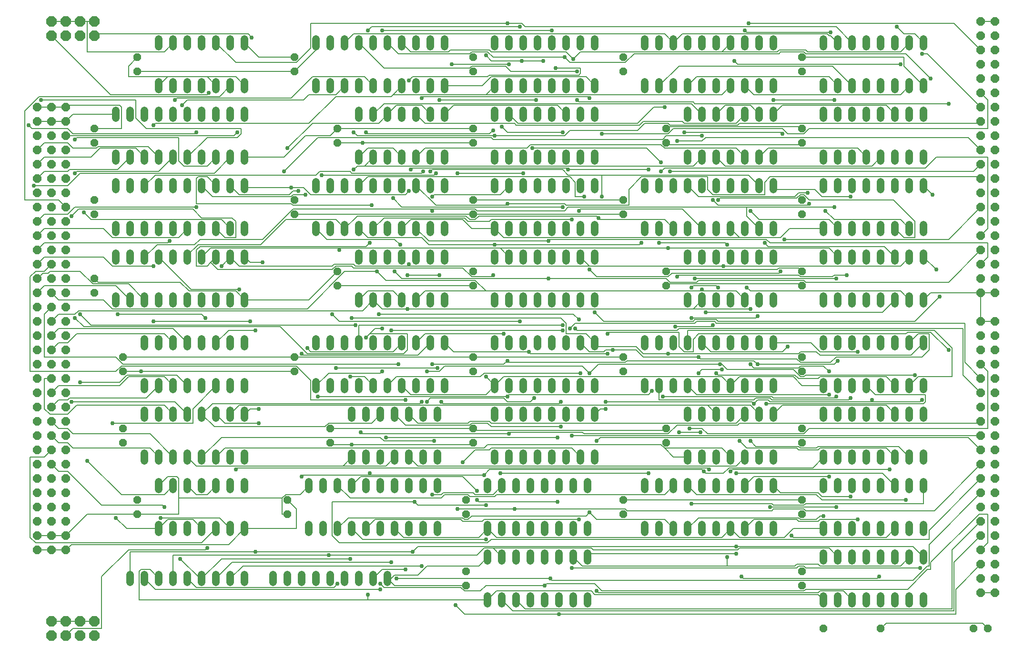
<source format=gbr>
G04 EAGLE Gerber RS-274X export*
G75*
%MOMM*%
%FSLAX34Y34*%
%LPD*%
%INTop Copper*%
%IPPOS*%
%AMOC8*
5,1,8,0,0,1.08239X$1,22.5*%
G01*
%ADD10P,1.429621X8X112.500000*%
%ADD11C,1.320800*%
%ADD12P,2.034460X8X22.500000*%
%ADD13P,1.649562X8X292.500000*%
%ADD14P,1.649562X8X202.500000*%
%ADD15P,1.429621X8X202.500000*%
%ADD16C,0.152400*%
%ADD17C,0.756400*%


D10*
X152400Y901700D03*
X152400Y927100D03*
X812800Y114300D03*
X812800Y139700D03*
X571500Y368300D03*
X571500Y393700D03*
X508000Y495300D03*
X508000Y520700D03*
X508000Y1028700D03*
X508000Y1054100D03*
X584200Y901700D03*
X584200Y927100D03*
X508000Y774700D03*
X508000Y800100D03*
X584200Y647700D03*
X584200Y673100D03*
X228600Y1028700D03*
X228600Y1054100D03*
X495300Y241300D03*
X495300Y266700D03*
X203200Y368300D03*
X203200Y393700D03*
X825500Y368300D03*
X825500Y393700D03*
X152400Y635000D03*
X152400Y660400D03*
X203200Y495300D03*
X203200Y520700D03*
X825500Y901700D03*
X825500Y927100D03*
X825500Y774700D03*
X825500Y800100D03*
X228600Y241300D03*
X228600Y266700D03*
X1168400Y368300D03*
X1168400Y393700D03*
X1092200Y495300D03*
X1092200Y520700D03*
X152400Y774700D03*
X152400Y800100D03*
X1168400Y647700D03*
X1168400Y673100D03*
X1092200Y774700D03*
X1092200Y800100D03*
X1168400Y901700D03*
X1168400Y927100D03*
X1092200Y1028700D03*
X1092200Y1054100D03*
X1409700Y1028700D03*
X1409700Y1054100D03*
X1409700Y901700D03*
X1409700Y927100D03*
X1409700Y368300D03*
X1409700Y393700D03*
X1409700Y114300D03*
X1409700Y139700D03*
X1409700Y774700D03*
X1409700Y800100D03*
X1409700Y495300D03*
X1409700Y520700D03*
X1092200Y241300D03*
X1092200Y266700D03*
X1409700Y241300D03*
X1409700Y266700D03*
X1409700Y647700D03*
X1409700Y673100D03*
X825500Y1028700D03*
X825500Y1054100D03*
X825500Y647700D03*
X825500Y673100D03*
X825500Y495300D03*
X825500Y520700D03*
X812800Y241300D03*
X812800Y266700D03*
D11*
X241300Y336296D02*
X241300Y349504D01*
X266700Y349504D02*
X266700Y336296D01*
X393700Y336296D02*
X393700Y349504D01*
X419100Y349504D02*
X419100Y336296D01*
X292100Y336296D02*
X292100Y349504D01*
X317500Y349504D02*
X317500Y336296D01*
X368300Y336296D02*
X368300Y349504D01*
X342900Y349504D02*
X342900Y336296D01*
X419100Y412496D02*
X419100Y425704D01*
X393700Y425704D02*
X393700Y412496D01*
X368300Y412496D02*
X368300Y425704D01*
X342900Y425704D02*
X342900Y412496D01*
X317500Y412496D02*
X317500Y425704D01*
X292100Y425704D02*
X292100Y412496D01*
X266700Y412496D02*
X266700Y425704D01*
X241300Y425704D02*
X241300Y412496D01*
X190500Y869696D02*
X190500Y882904D01*
X215900Y882904D02*
X215900Y869696D01*
X342900Y869696D02*
X342900Y882904D01*
X368300Y882904D02*
X368300Y869696D01*
X241300Y869696D02*
X241300Y882904D01*
X266700Y882904D02*
X266700Y869696D01*
X317500Y869696D02*
X317500Y882904D01*
X292100Y882904D02*
X292100Y869696D01*
X393700Y869696D02*
X393700Y882904D01*
X419100Y882904D02*
X419100Y869696D01*
X419100Y945896D02*
X419100Y959104D01*
X393700Y959104D02*
X393700Y945896D01*
X368300Y945896D02*
X368300Y959104D01*
X342900Y959104D02*
X342900Y945896D01*
X317500Y945896D02*
X317500Y959104D01*
X292100Y959104D02*
X292100Y945896D01*
X266700Y945896D02*
X266700Y959104D01*
X241300Y959104D02*
X241300Y945896D01*
X215900Y945896D02*
X215900Y959104D01*
X190500Y959104D02*
X190500Y945896D01*
X1447800Y628904D02*
X1447800Y615696D01*
X1473200Y615696D02*
X1473200Y628904D01*
X1600200Y628904D02*
X1600200Y615696D01*
X1625600Y615696D02*
X1625600Y628904D01*
X1498600Y628904D02*
X1498600Y615696D01*
X1524000Y615696D02*
X1524000Y628904D01*
X1574800Y628904D02*
X1574800Y615696D01*
X1549400Y615696D02*
X1549400Y628904D01*
X1625600Y691896D02*
X1625600Y705104D01*
X1600200Y705104D02*
X1600200Y691896D01*
X1574800Y691896D02*
X1574800Y705104D01*
X1549400Y705104D02*
X1549400Y691896D01*
X1524000Y691896D02*
X1524000Y705104D01*
X1498600Y705104D02*
X1498600Y691896D01*
X1473200Y691896D02*
X1473200Y705104D01*
X1447800Y705104D02*
X1447800Y691896D01*
X1447800Y742696D02*
X1447800Y755904D01*
X1473200Y755904D02*
X1473200Y742696D01*
X1600200Y742696D02*
X1600200Y755904D01*
X1625600Y755904D02*
X1625600Y742696D01*
X1498600Y742696D02*
X1498600Y755904D01*
X1524000Y755904D02*
X1524000Y742696D01*
X1574800Y742696D02*
X1574800Y755904D01*
X1549400Y755904D02*
X1549400Y742696D01*
X1625600Y818896D02*
X1625600Y832104D01*
X1600200Y832104D02*
X1600200Y818896D01*
X1574800Y818896D02*
X1574800Y832104D01*
X1549400Y832104D02*
X1549400Y818896D01*
X1524000Y818896D02*
X1524000Y832104D01*
X1498600Y832104D02*
X1498600Y818896D01*
X1473200Y818896D02*
X1473200Y832104D01*
X1447800Y832104D02*
X1447800Y818896D01*
X1447800Y996696D02*
X1447800Y1009904D01*
X1473200Y1009904D02*
X1473200Y996696D01*
X1600200Y996696D02*
X1600200Y1009904D01*
X1625600Y1009904D02*
X1625600Y996696D01*
X1498600Y996696D02*
X1498600Y1009904D01*
X1524000Y1009904D02*
X1524000Y996696D01*
X1574800Y996696D02*
X1574800Y1009904D01*
X1549400Y1009904D02*
X1549400Y996696D01*
X1625600Y1072896D02*
X1625600Y1086104D01*
X1600200Y1086104D02*
X1600200Y1072896D01*
X1574800Y1072896D02*
X1574800Y1086104D01*
X1549400Y1086104D02*
X1549400Y1072896D01*
X1524000Y1072896D02*
X1524000Y1086104D01*
X1498600Y1086104D02*
X1498600Y1072896D01*
X1473200Y1072896D02*
X1473200Y1086104D01*
X1447800Y1086104D02*
X1447800Y1072896D01*
X1447800Y882904D02*
X1447800Y869696D01*
X1473200Y869696D02*
X1473200Y882904D01*
X1600200Y882904D02*
X1600200Y869696D01*
X1625600Y869696D02*
X1625600Y882904D01*
X1498600Y882904D02*
X1498600Y869696D01*
X1524000Y869696D02*
X1524000Y882904D01*
X1574800Y882904D02*
X1574800Y869696D01*
X1549400Y869696D02*
X1549400Y882904D01*
X1625600Y945896D02*
X1625600Y959104D01*
X1600200Y959104D02*
X1600200Y945896D01*
X1574800Y945896D02*
X1574800Y959104D01*
X1549400Y959104D02*
X1549400Y945896D01*
X1524000Y945896D02*
X1524000Y959104D01*
X1498600Y959104D02*
X1498600Y945896D01*
X1473200Y945896D02*
X1473200Y959104D01*
X1447800Y959104D02*
X1447800Y945896D01*
X1130300Y755904D02*
X1130300Y742696D01*
X1155700Y742696D02*
X1155700Y755904D01*
X1282700Y755904D02*
X1282700Y742696D01*
X1308100Y742696D02*
X1308100Y755904D01*
X1181100Y755904D02*
X1181100Y742696D01*
X1206500Y742696D02*
X1206500Y755904D01*
X1257300Y755904D02*
X1257300Y742696D01*
X1231900Y742696D02*
X1231900Y755904D01*
X1333500Y755904D02*
X1333500Y742696D01*
X1358900Y742696D02*
X1358900Y755904D01*
X1358900Y818896D02*
X1358900Y832104D01*
X1333500Y832104D02*
X1333500Y818896D01*
X1308100Y818896D02*
X1308100Y832104D01*
X1282700Y832104D02*
X1282700Y818896D01*
X1257300Y818896D02*
X1257300Y832104D01*
X1231900Y832104D02*
X1231900Y818896D01*
X1206500Y818896D02*
X1206500Y832104D01*
X1181100Y832104D02*
X1181100Y818896D01*
X1155700Y818896D02*
X1155700Y832104D01*
X1130300Y832104D02*
X1130300Y818896D01*
X241300Y476504D02*
X241300Y463296D01*
X266700Y463296D02*
X266700Y476504D01*
X393700Y476504D02*
X393700Y463296D01*
X419100Y463296D02*
X419100Y476504D01*
X292100Y476504D02*
X292100Y463296D01*
X317500Y463296D02*
X317500Y476504D01*
X368300Y476504D02*
X368300Y463296D01*
X342900Y463296D02*
X342900Y476504D01*
X419100Y539496D02*
X419100Y552704D01*
X393700Y552704D02*
X393700Y539496D01*
X368300Y539496D02*
X368300Y552704D01*
X342900Y552704D02*
X342900Y539496D01*
X317500Y539496D02*
X317500Y552704D01*
X292100Y552704D02*
X292100Y539496D01*
X266700Y539496D02*
X266700Y552704D01*
X241300Y552704D02*
X241300Y539496D01*
X1130300Y996696D02*
X1130300Y1009904D01*
X1155700Y1009904D02*
X1155700Y996696D01*
X1282700Y996696D02*
X1282700Y1009904D01*
X1308100Y1009904D02*
X1308100Y996696D01*
X1181100Y996696D02*
X1181100Y1009904D01*
X1206500Y1009904D02*
X1206500Y996696D01*
X1257300Y996696D02*
X1257300Y1009904D01*
X1231900Y1009904D02*
X1231900Y996696D01*
X1333500Y996696D02*
X1333500Y1009904D01*
X1358900Y1009904D02*
X1358900Y996696D01*
X1358900Y1072896D02*
X1358900Y1086104D01*
X1333500Y1086104D02*
X1333500Y1072896D01*
X1308100Y1072896D02*
X1308100Y1086104D01*
X1282700Y1086104D02*
X1282700Y1072896D01*
X1257300Y1072896D02*
X1257300Y1086104D01*
X1231900Y1086104D02*
X1231900Y1072896D01*
X1206500Y1072896D02*
X1206500Y1086104D01*
X1181100Y1086104D02*
X1181100Y1072896D01*
X1155700Y1072896D02*
X1155700Y1086104D01*
X1130300Y1086104D02*
X1130300Y1072896D01*
X190500Y628904D02*
X190500Y615696D01*
X215900Y615696D02*
X215900Y628904D01*
X342900Y628904D02*
X342900Y615696D01*
X368300Y615696D02*
X368300Y628904D01*
X241300Y628904D02*
X241300Y615696D01*
X266700Y615696D02*
X266700Y628904D01*
X317500Y628904D02*
X317500Y615696D01*
X292100Y615696D02*
X292100Y628904D01*
X393700Y628904D02*
X393700Y615696D01*
X419100Y615696D02*
X419100Y628904D01*
X419100Y691896D02*
X419100Y705104D01*
X393700Y705104D02*
X393700Y691896D01*
X368300Y691896D02*
X368300Y705104D01*
X342900Y705104D02*
X342900Y691896D01*
X317500Y691896D02*
X317500Y705104D01*
X292100Y705104D02*
X292100Y691896D01*
X266700Y691896D02*
X266700Y705104D01*
X241300Y705104D02*
X241300Y691896D01*
X215900Y691896D02*
X215900Y705104D01*
X190500Y705104D02*
X190500Y691896D01*
X863600Y996696D02*
X863600Y1009904D01*
X889000Y1009904D02*
X889000Y996696D01*
X1016000Y996696D02*
X1016000Y1009904D01*
X1041400Y1009904D02*
X1041400Y996696D01*
X914400Y996696D02*
X914400Y1009904D01*
X939800Y1009904D02*
X939800Y996696D01*
X990600Y996696D02*
X990600Y1009904D01*
X965200Y1009904D02*
X965200Y996696D01*
X1041400Y1072896D02*
X1041400Y1086104D01*
X1016000Y1086104D02*
X1016000Y1072896D01*
X990600Y1072896D02*
X990600Y1086104D01*
X965200Y1086104D02*
X965200Y1072896D01*
X939800Y1072896D02*
X939800Y1086104D01*
X914400Y1086104D02*
X914400Y1072896D01*
X889000Y1072896D02*
X889000Y1086104D01*
X863600Y1086104D02*
X863600Y1072896D01*
X863600Y882904D02*
X863600Y869696D01*
X889000Y869696D02*
X889000Y882904D01*
X1016000Y882904D02*
X1016000Y869696D01*
X1041400Y869696D02*
X1041400Y882904D01*
X914400Y882904D02*
X914400Y869696D01*
X939800Y869696D02*
X939800Y882904D01*
X990600Y882904D02*
X990600Y869696D01*
X965200Y869696D02*
X965200Y882904D01*
X1041400Y945896D02*
X1041400Y959104D01*
X1016000Y959104D02*
X1016000Y945896D01*
X990600Y945896D02*
X990600Y959104D01*
X965200Y959104D02*
X965200Y945896D01*
X939800Y945896D02*
X939800Y959104D01*
X914400Y959104D02*
X914400Y945896D01*
X889000Y945896D02*
X889000Y959104D01*
X863600Y959104D02*
X863600Y945896D01*
X863600Y755904D02*
X863600Y742696D01*
X889000Y742696D02*
X889000Y755904D01*
X1016000Y755904D02*
X1016000Y742696D01*
X1041400Y742696D02*
X1041400Y755904D01*
X914400Y755904D02*
X914400Y742696D01*
X939800Y742696D02*
X939800Y755904D01*
X990600Y755904D02*
X990600Y742696D01*
X965200Y742696D02*
X965200Y755904D01*
X1041400Y818896D02*
X1041400Y832104D01*
X1016000Y832104D02*
X1016000Y818896D01*
X990600Y818896D02*
X990600Y832104D01*
X965200Y832104D02*
X965200Y818896D01*
X939800Y818896D02*
X939800Y832104D01*
X914400Y832104D02*
X914400Y818896D01*
X889000Y818896D02*
X889000Y832104D01*
X863600Y832104D02*
X863600Y818896D01*
X863600Y628904D02*
X863600Y615696D01*
X889000Y615696D02*
X889000Y628904D01*
X1016000Y628904D02*
X1016000Y615696D01*
X1041400Y615696D02*
X1041400Y628904D01*
X914400Y628904D02*
X914400Y615696D01*
X939800Y615696D02*
X939800Y628904D01*
X990600Y628904D02*
X990600Y615696D01*
X965200Y615696D02*
X965200Y628904D01*
X1041400Y691896D02*
X1041400Y705104D01*
X1016000Y705104D02*
X1016000Y691896D01*
X990600Y691896D02*
X990600Y705104D01*
X965200Y705104D02*
X965200Y691896D01*
X939800Y691896D02*
X939800Y705104D01*
X914400Y705104D02*
X914400Y691896D01*
X889000Y691896D02*
X889000Y705104D01*
X863600Y705104D02*
X863600Y691896D01*
X546100Y996696D02*
X546100Y1009904D01*
X571500Y1009904D02*
X571500Y996696D01*
X698500Y996696D02*
X698500Y1009904D01*
X723900Y1009904D02*
X723900Y996696D01*
X596900Y996696D02*
X596900Y1009904D01*
X622300Y1009904D02*
X622300Y996696D01*
X673100Y996696D02*
X673100Y1009904D01*
X647700Y1009904D02*
X647700Y996696D01*
X749300Y996696D02*
X749300Y1009904D01*
X774700Y1009904D02*
X774700Y996696D01*
X774700Y1072896D02*
X774700Y1086104D01*
X749300Y1086104D02*
X749300Y1072896D01*
X723900Y1072896D02*
X723900Y1086104D01*
X698500Y1086104D02*
X698500Y1072896D01*
X673100Y1072896D02*
X673100Y1086104D01*
X647700Y1086104D02*
X647700Y1072896D01*
X622300Y1072896D02*
X622300Y1086104D01*
X596900Y1086104D02*
X596900Y1072896D01*
X571500Y1072896D02*
X571500Y1086104D01*
X546100Y1086104D02*
X546100Y1072896D01*
X546100Y755904D02*
X546100Y742696D01*
X571500Y742696D02*
X571500Y755904D01*
X698500Y755904D02*
X698500Y742696D01*
X723900Y742696D02*
X723900Y755904D01*
X596900Y755904D02*
X596900Y742696D01*
X622300Y742696D02*
X622300Y755904D01*
X673100Y755904D02*
X673100Y742696D01*
X647700Y742696D02*
X647700Y755904D01*
X749300Y755904D02*
X749300Y742696D01*
X774700Y742696D02*
X774700Y755904D01*
X774700Y818896D02*
X774700Y832104D01*
X749300Y832104D02*
X749300Y818896D01*
X723900Y818896D02*
X723900Y832104D01*
X698500Y832104D02*
X698500Y818896D01*
X673100Y818896D02*
X673100Y832104D01*
X647700Y832104D02*
X647700Y818896D01*
X622300Y818896D02*
X622300Y832104D01*
X596900Y832104D02*
X596900Y818896D01*
X571500Y818896D02*
X571500Y832104D01*
X546100Y832104D02*
X546100Y818896D01*
X1447800Y95504D02*
X1447800Y82296D01*
X1473200Y82296D02*
X1473200Y95504D01*
X1600200Y95504D02*
X1600200Y82296D01*
X1625600Y82296D02*
X1625600Y95504D01*
X1498600Y95504D02*
X1498600Y82296D01*
X1524000Y82296D02*
X1524000Y95504D01*
X1574800Y95504D02*
X1574800Y82296D01*
X1549400Y82296D02*
X1549400Y95504D01*
X1625600Y158496D02*
X1625600Y171704D01*
X1600200Y171704D02*
X1600200Y158496D01*
X1574800Y158496D02*
X1574800Y171704D01*
X1549400Y171704D02*
X1549400Y158496D01*
X1524000Y158496D02*
X1524000Y171704D01*
X1498600Y171704D02*
X1498600Y158496D01*
X1473200Y158496D02*
X1473200Y171704D01*
X1447800Y171704D02*
X1447800Y158496D01*
X863600Y463296D02*
X863600Y476504D01*
X889000Y476504D02*
X889000Y463296D01*
X1016000Y463296D02*
X1016000Y476504D01*
X1041400Y476504D02*
X1041400Y463296D01*
X914400Y463296D02*
X914400Y476504D01*
X939800Y476504D02*
X939800Y463296D01*
X990600Y463296D02*
X990600Y476504D01*
X965200Y476504D02*
X965200Y463296D01*
X1041400Y539496D02*
X1041400Y552704D01*
X1016000Y552704D02*
X1016000Y539496D01*
X990600Y539496D02*
X990600Y552704D01*
X965200Y552704D02*
X965200Y539496D01*
X939800Y539496D02*
X939800Y552704D01*
X914400Y552704D02*
X914400Y539496D01*
X889000Y539496D02*
X889000Y552704D01*
X863600Y552704D02*
X863600Y539496D01*
X863600Y349504D02*
X863600Y336296D01*
X889000Y336296D02*
X889000Y349504D01*
X1016000Y349504D02*
X1016000Y336296D01*
X1041400Y336296D02*
X1041400Y349504D01*
X914400Y349504D02*
X914400Y336296D01*
X939800Y336296D02*
X939800Y349504D01*
X990600Y349504D02*
X990600Y336296D01*
X965200Y336296D02*
X965200Y349504D01*
X1041400Y412496D02*
X1041400Y425704D01*
X1016000Y425704D02*
X1016000Y412496D01*
X990600Y412496D02*
X990600Y425704D01*
X965200Y425704D02*
X965200Y412496D01*
X939800Y412496D02*
X939800Y425704D01*
X914400Y425704D02*
X914400Y412496D01*
X889000Y412496D02*
X889000Y425704D01*
X863600Y425704D02*
X863600Y412496D01*
X850900Y222504D02*
X850900Y209296D01*
X876300Y209296D02*
X876300Y222504D01*
X1003300Y222504D02*
X1003300Y209296D01*
X1028700Y209296D02*
X1028700Y222504D01*
X901700Y222504D02*
X901700Y209296D01*
X927100Y209296D02*
X927100Y222504D01*
X977900Y222504D02*
X977900Y209296D01*
X952500Y209296D02*
X952500Y222504D01*
X1028700Y285496D02*
X1028700Y298704D01*
X1003300Y298704D02*
X1003300Y285496D01*
X977900Y285496D02*
X977900Y298704D01*
X952500Y298704D02*
X952500Y285496D01*
X927100Y285496D02*
X927100Y298704D01*
X901700Y298704D02*
X901700Y285496D01*
X876300Y285496D02*
X876300Y298704D01*
X850900Y298704D02*
X850900Y285496D01*
X850900Y95504D02*
X850900Y82296D01*
X876300Y82296D02*
X876300Y95504D01*
X1003300Y95504D02*
X1003300Y82296D01*
X1028700Y82296D02*
X1028700Y95504D01*
X901700Y95504D02*
X901700Y82296D01*
X927100Y82296D02*
X927100Y95504D01*
X977900Y95504D02*
X977900Y82296D01*
X952500Y82296D02*
X952500Y95504D01*
X1028700Y158496D02*
X1028700Y171704D01*
X1003300Y171704D02*
X1003300Y158496D01*
X977900Y158496D02*
X977900Y171704D01*
X952500Y171704D02*
X952500Y158496D01*
X927100Y158496D02*
X927100Y171704D01*
X901700Y171704D02*
X901700Y158496D01*
X876300Y158496D02*
X876300Y171704D01*
X850900Y171704D02*
X850900Y158496D01*
X190500Y742696D02*
X190500Y755904D01*
X215900Y755904D02*
X215900Y742696D01*
X342900Y742696D02*
X342900Y755904D01*
X368300Y755904D02*
X368300Y742696D01*
X241300Y742696D02*
X241300Y755904D01*
X266700Y755904D02*
X266700Y742696D01*
X317500Y742696D02*
X317500Y755904D01*
X292100Y755904D02*
X292100Y742696D01*
X393700Y742696D02*
X393700Y755904D01*
X419100Y755904D02*
X419100Y742696D01*
X419100Y818896D02*
X419100Y832104D01*
X393700Y832104D02*
X393700Y818896D01*
X368300Y818896D02*
X368300Y832104D01*
X342900Y832104D02*
X342900Y818896D01*
X317500Y818896D02*
X317500Y832104D01*
X292100Y832104D02*
X292100Y818896D01*
X266700Y818896D02*
X266700Y832104D01*
X241300Y832104D02*
X241300Y818896D01*
X215900Y818896D02*
X215900Y832104D01*
X190500Y832104D02*
X190500Y818896D01*
X546100Y476504D02*
X546100Y463296D01*
X571500Y463296D02*
X571500Y476504D01*
X698500Y476504D02*
X698500Y463296D01*
X723900Y463296D02*
X723900Y476504D01*
X596900Y476504D02*
X596900Y463296D01*
X622300Y463296D02*
X622300Y476504D01*
X673100Y476504D02*
X673100Y463296D01*
X647700Y463296D02*
X647700Y476504D01*
X749300Y476504D02*
X749300Y463296D01*
X774700Y463296D02*
X774700Y476504D01*
X774700Y539496D02*
X774700Y552704D01*
X749300Y552704D02*
X749300Y539496D01*
X723900Y539496D02*
X723900Y552704D01*
X698500Y552704D02*
X698500Y539496D01*
X673100Y539496D02*
X673100Y552704D01*
X647700Y552704D02*
X647700Y539496D01*
X622300Y539496D02*
X622300Y552704D01*
X596900Y552704D02*
X596900Y539496D01*
X571500Y539496D02*
X571500Y552704D01*
X546100Y552704D02*
X546100Y539496D01*
X533400Y222504D02*
X533400Y209296D01*
X558800Y209296D02*
X558800Y222504D01*
X685800Y222504D02*
X685800Y209296D01*
X711200Y209296D02*
X711200Y222504D01*
X584200Y222504D02*
X584200Y209296D01*
X609600Y209296D02*
X609600Y222504D01*
X660400Y222504D02*
X660400Y209296D01*
X635000Y209296D02*
X635000Y222504D01*
X736600Y222504D02*
X736600Y209296D01*
X762000Y209296D02*
X762000Y222504D01*
X762000Y285496D02*
X762000Y298704D01*
X736600Y298704D02*
X736600Y285496D01*
X711200Y285496D02*
X711200Y298704D01*
X685800Y298704D02*
X685800Y285496D01*
X660400Y285496D02*
X660400Y298704D01*
X635000Y298704D02*
X635000Y285496D01*
X609600Y285496D02*
X609600Y298704D01*
X584200Y298704D02*
X584200Y285496D01*
X558800Y285496D02*
X558800Y298704D01*
X533400Y298704D02*
X533400Y285496D01*
X1447800Y222504D02*
X1447800Y209296D01*
X1473200Y209296D02*
X1473200Y222504D01*
X1600200Y222504D02*
X1600200Y209296D01*
X1625600Y209296D02*
X1625600Y222504D01*
X1498600Y222504D02*
X1498600Y209296D01*
X1524000Y209296D02*
X1524000Y222504D01*
X1574800Y222504D02*
X1574800Y209296D01*
X1549400Y209296D02*
X1549400Y222504D01*
X1625600Y285496D02*
X1625600Y298704D01*
X1600200Y298704D02*
X1600200Y285496D01*
X1574800Y285496D02*
X1574800Y298704D01*
X1549400Y298704D02*
X1549400Y285496D01*
X1524000Y285496D02*
X1524000Y298704D01*
X1498600Y298704D02*
X1498600Y285496D01*
X1473200Y285496D02*
X1473200Y298704D01*
X1447800Y298704D02*
X1447800Y285496D01*
X1447800Y336296D02*
X1447800Y349504D01*
X1473200Y349504D02*
X1473200Y336296D01*
X1600200Y336296D02*
X1600200Y349504D01*
X1625600Y349504D02*
X1625600Y336296D01*
X1498600Y336296D02*
X1498600Y349504D01*
X1524000Y349504D02*
X1524000Y336296D01*
X1574800Y336296D02*
X1574800Y349504D01*
X1549400Y349504D02*
X1549400Y336296D01*
X1625600Y412496D02*
X1625600Y425704D01*
X1600200Y425704D02*
X1600200Y412496D01*
X1574800Y412496D02*
X1574800Y425704D01*
X1549400Y425704D02*
X1549400Y412496D01*
X1524000Y412496D02*
X1524000Y425704D01*
X1498600Y425704D02*
X1498600Y412496D01*
X1473200Y412496D02*
X1473200Y425704D01*
X1447800Y425704D02*
X1447800Y412496D01*
X1447800Y463296D02*
X1447800Y476504D01*
X1473200Y476504D02*
X1473200Y463296D01*
X1600200Y463296D02*
X1600200Y476504D01*
X1625600Y476504D02*
X1625600Y463296D01*
X1498600Y463296D02*
X1498600Y476504D01*
X1524000Y476504D02*
X1524000Y463296D01*
X1574800Y463296D02*
X1574800Y476504D01*
X1549400Y476504D02*
X1549400Y463296D01*
X1625600Y539496D02*
X1625600Y552704D01*
X1600200Y552704D02*
X1600200Y539496D01*
X1574800Y539496D02*
X1574800Y552704D01*
X1549400Y552704D02*
X1549400Y539496D01*
X1524000Y539496D02*
X1524000Y552704D01*
X1498600Y552704D02*
X1498600Y539496D01*
X1473200Y539496D02*
X1473200Y552704D01*
X1447800Y552704D02*
X1447800Y539496D01*
X1130300Y222504D02*
X1130300Y209296D01*
X1155700Y209296D02*
X1155700Y222504D01*
X1282700Y222504D02*
X1282700Y209296D01*
X1308100Y209296D02*
X1308100Y222504D01*
X1181100Y222504D02*
X1181100Y209296D01*
X1206500Y209296D02*
X1206500Y222504D01*
X1257300Y222504D02*
X1257300Y209296D01*
X1231900Y209296D02*
X1231900Y222504D01*
X1333500Y222504D02*
X1333500Y209296D01*
X1358900Y209296D02*
X1358900Y222504D01*
X1358900Y285496D02*
X1358900Y298704D01*
X1333500Y298704D02*
X1333500Y285496D01*
X1308100Y285496D02*
X1308100Y298704D01*
X1282700Y298704D02*
X1282700Y285496D01*
X1257300Y285496D02*
X1257300Y298704D01*
X1231900Y298704D02*
X1231900Y285496D01*
X1206500Y285496D02*
X1206500Y298704D01*
X1181100Y298704D02*
X1181100Y285496D01*
X1155700Y285496D02*
X1155700Y298704D01*
X1130300Y298704D02*
X1130300Y285496D01*
X1130300Y463296D02*
X1130300Y476504D01*
X1155700Y476504D02*
X1155700Y463296D01*
X1282700Y463296D02*
X1282700Y476504D01*
X1308100Y476504D02*
X1308100Y463296D01*
X1181100Y463296D02*
X1181100Y476504D01*
X1206500Y476504D02*
X1206500Y463296D01*
X1257300Y463296D02*
X1257300Y476504D01*
X1231900Y476504D02*
X1231900Y463296D01*
X1333500Y463296D02*
X1333500Y476504D01*
X1358900Y476504D02*
X1358900Y463296D01*
X1358900Y539496D02*
X1358900Y552704D01*
X1333500Y552704D02*
X1333500Y539496D01*
X1308100Y539496D02*
X1308100Y552704D01*
X1282700Y552704D02*
X1282700Y539496D01*
X1257300Y539496D02*
X1257300Y552704D01*
X1231900Y552704D02*
X1231900Y539496D01*
X1206500Y539496D02*
X1206500Y552704D01*
X1181100Y552704D02*
X1181100Y539496D01*
X1155700Y539496D02*
X1155700Y552704D01*
X1130300Y552704D02*
X1130300Y539496D01*
D12*
X76200Y25400D03*
X76200Y50800D03*
X101600Y25400D03*
X101600Y50800D03*
X127000Y25400D03*
X127000Y50800D03*
X152400Y25400D03*
X152400Y50800D03*
X76200Y1092200D03*
X76200Y1117600D03*
X101600Y1092200D03*
X101600Y1117600D03*
X127000Y1092200D03*
X127000Y1117600D03*
X152400Y1092200D03*
X152400Y1117600D03*
D13*
X1727200Y1117600D03*
X1752600Y1117600D03*
X1727200Y1092200D03*
X1752600Y1092200D03*
X1727200Y1066800D03*
X1752600Y1066800D03*
X1727200Y1041400D03*
X1752600Y1041400D03*
X1727200Y1016000D03*
X1752600Y1016000D03*
X1727200Y990600D03*
X1752600Y990600D03*
X1727200Y965200D03*
X1752600Y965200D03*
X1727200Y939800D03*
X1752600Y939800D03*
X1727200Y914400D03*
X1752600Y914400D03*
X1727200Y889000D03*
X1752600Y889000D03*
X1727200Y863600D03*
X1752600Y863600D03*
X1727200Y838200D03*
X1752600Y838200D03*
X1727200Y812800D03*
X1752600Y812800D03*
X1727200Y787400D03*
X1752600Y787400D03*
X1727200Y762000D03*
X1752600Y762000D03*
X1727200Y736600D03*
X1752600Y736600D03*
X1727200Y711200D03*
X1752600Y711200D03*
X1727200Y685800D03*
X1752600Y685800D03*
X1727200Y660400D03*
X1752600Y660400D03*
X1727200Y635000D03*
X1752600Y635000D03*
X1727200Y584200D03*
X1752600Y584200D03*
X1727200Y558800D03*
X1752600Y558800D03*
X1727200Y533400D03*
X1752600Y533400D03*
X1727200Y508000D03*
X1752600Y508000D03*
X1727200Y482600D03*
X1752600Y482600D03*
X1727200Y457200D03*
X1752600Y457200D03*
X1727200Y431800D03*
X1752600Y431800D03*
X1727200Y406400D03*
X1752600Y406400D03*
X1727200Y381000D03*
X1752600Y381000D03*
X1727200Y355600D03*
X1752600Y355600D03*
X1727200Y330200D03*
X1752600Y330200D03*
X1727200Y304800D03*
X1752600Y304800D03*
X1727200Y279400D03*
X1752600Y279400D03*
X1727200Y254000D03*
X1752600Y254000D03*
X1727200Y228600D03*
X1752600Y228600D03*
X1727200Y203200D03*
X1752600Y203200D03*
X1727200Y177800D03*
X1752600Y177800D03*
X1727200Y152400D03*
X1752600Y152400D03*
X1727200Y127000D03*
X1752600Y127000D03*
X1727200Y101600D03*
X1752600Y101600D03*
D11*
X673100Y120396D02*
X673100Y133604D01*
X647700Y133604D02*
X647700Y120396D01*
X622300Y120396D02*
X622300Y133604D01*
X596900Y133604D02*
X596900Y120396D01*
X571500Y120396D02*
X571500Y133604D01*
X546100Y133604D02*
X546100Y120396D01*
X520700Y120396D02*
X520700Y133604D01*
X495300Y133604D02*
X495300Y120396D01*
X469900Y120396D02*
X469900Y133604D01*
X419100Y133604D02*
X419100Y120396D01*
X393700Y120396D02*
X393700Y133604D01*
X368300Y133604D02*
X368300Y120396D01*
X342900Y120396D02*
X342900Y133604D01*
X317500Y133604D02*
X317500Y120396D01*
X292100Y120396D02*
X292100Y133604D01*
X266700Y133604D02*
X266700Y120396D01*
X241300Y120396D02*
X241300Y133604D01*
X215900Y133604D02*
X215900Y120396D01*
D14*
X50800Y177800D03*
X50800Y203200D03*
X50800Y228600D03*
X50800Y254000D03*
X50800Y279400D03*
X50800Y304800D03*
X50800Y330200D03*
X50800Y355600D03*
X50800Y381000D03*
X50800Y406400D03*
X50800Y431800D03*
X50800Y457200D03*
X50800Y482600D03*
X50800Y508000D03*
X50800Y533400D03*
X50800Y558800D03*
X76200Y177800D03*
X76200Y203200D03*
X76200Y228600D03*
X76200Y254000D03*
X76200Y279400D03*
X76200Y304800D03*
X76200Y330200D03*
X76200Y355600D03*
X76200Y381000D03*
X76200Y406400D03*
X76200Y431800D03*
X76200Y457200D03*
X76200Y482600D03*
X76200Y508000D03*
X76200Y533400D03*
X76200Y558800D03*
X101600Y177800D03*
X101600Y203200D03*
X101600Y228600D03*
X101600Y254000D03*
X101600Y279400D03*
X101600Y304800D03*
X101600Y330200D03*
X101600Y355600D03*
X101600Y381000D03*
X101600Y406400D03*
X101600Y431800D03*
X101600Y457200D03*
X101600Y482600D03*
X101600Y508000D03*
X101600Y533400D03*
X101600Y558800D03*
X50800Y584200D03*
X50800Y609600D03*
X50800Y635000D03*
X50800Y660400D03*
X50800Y685800D03*
X50800Y711200D03*
X50800Y736600D03*
X50800Y762000D03*
X50800Y787400D03*
X50800Y812800D03*
X50800Y838200D03*
X50800Y863600D03*
X50800Y889000D03*
X50800Y914400D03*
X50800Y939800D03*
X50800Y965200D03*
X76200Y584200D03*
X76200Y609600D03*
X76200Y635000D03*
X76200Y660400D03*
X76200Y685800D03*
X76200Y711200D03*
X76200Y736600D03*
X76200Y762000D03*
X76200Y787400D03*
X76200Y812800D03*
X76200Y838200D03*
X76200Y863600D03*
X76200Y889000D03*
X76200Y914400D03*
X76200Y939800D03*
X76200Y965200D03*
X101600Y584200D03*
X101600Y609600D03*
X101600Y635000D03*
X101600Y660400D03*
X101600Y685800D03*
X101600Y711200D03*
X101600Y736600D03*
X101600Y762000D03*
X101600Y787400D03*
X101600Y812800D03*
X101600Y838200D03*
X101600Y863600D03*
X101600Y889000D03*
X101600Y914400D03*
X101600Y939800D03*
X101600Y965200D03*
D15*
X1739900Y38100D03*
X1714500Y38100D03*
X1549400Y38100D03*
X1447800Y38100D03*
D11*
X266700Y209296D02*
X266700Y222504D01*
X292100Y222504D02*
X292100Y209296D01*
X419100Y209296D02*
X419100Y222504D01*
X419100Y285496D02*
X419100Y298704D01*
X317500Y222504D02*
X317500Y209296D01*
X342900Y209296D02*
X342900Y222504D01*
X393700Y222504D02*
X393700Y209296D01*
X368300Y209296D02*
X368300Y222504D01*
X393700Y285496D02*
X393700Y298704D01*
X368300Y298704D02*
X368300Y285496D01*
X342900Y285496D02*
X342900Y298704D01*
X317500Y298704D02*
X317500Y285496D01*
X292100Y285496D02*
X292100Y298704D01*
X266700Y298704D02*
X266700Y285496D01*
X609600Y336296D02*
X609600Y349504D01*
X635000Y349504D02*
X635000Y336296D01*
X762000Y336296D02*
X762000Y349504D01*
X762000Y412496D02*
X762000Y425704D01*
X660400Y349504D02*
X660400Y336296D01*
X685800Y336296D02*
X685800Y349504D01*
X736600Y349504D02*
X736600Y336296D01*
X711200Y336296D02*
X711200Y349504D01*
X736600Y412496D02*
X736600Y425704D01*
X711200Y425704D02*
X711200Y412496D01*
X685800Y412496D02*
X685800Y425704D01*
X660400Y425704D02*
X660400Y412496D01*
X635000Y412496D02*
X635000Y425704D01*
X609600Y425704D02*
X609600Y412496D01*
X622300Y615696D02*
X622300Y628904D01*
X647700Y628904D02*
X647700Y615696D01*
X774700Y615696D02*
X774700Y628904D01*
X774700Y691896D02*
X774700Y705104D01*
X673100Y628904D02*
X673100Y615696D01*
X698500Y615696D02*
X698500Y628904D01*
X749300Y628904D02*
X749300Y615696D01*
X723900Y615696D02*
X723900Y628904D01*
X749300Y691896D02*
X749300Y705104D01*
X723900Y705104D02*
X723900Y691896D01*
X698500Y691896D02*
X698500Y705104D01*
X673100Y705104D02*
X673100Y691896D01*
X647700Y691896D02*
X647700Y705104D01*
X622300Y705104D02*
X622300Y691896D01*
X622300Y869696D02*
X622300Y882904D01*
X647700Y882904D02*
X647700Y869696D01*
X774700Y869696D02*
X774700Y882904D01*
X774700Y945896D02*
X774700Y959104D01*
X673100Y882904D02*
X673100Y869696D01*
X698500Y869696D02*
X698500Y882904D01*
X749300Y882904D02*
X749300Y869696D01*
X723900Y869696D02*
X723900Y882904D01*
X749300Y945896D02*
X749300Y959104D01*
X723900Y959104D02*
X723900Y945896D01*
X698500Y945896D02*
X698500Y959104D01*
X673100Y959104D02*
X673100Y945896D01*
X647700Y945896D02*
X647700Y959104D01*
X622300Y959104D02*
X622300Y945896D01*
X1206500Y349504D02*
X1206500Y336296D01*
X1231900Y336296D02*
X1231900Y349504D01*
X1358900Y349504D02*
X1358900Y336296D01*
X1358900Y412496D02*
X1358900Y425704D01*
X1257300Y349504D02*
X1257300Y336296D01*
X1282700Y336296D02*
X1282700Y349504D01*
X1333500Y349504D02*
X1333500Y336296D01*
X1308100Y336296D02*
X1308100Y349504D01*
X1333500Y412496D02*
X1333500Y425704D01*
X1308100Y425704D02*
X1308100Y412496D01*
X1282700Y412496D02*
X1282700Y425704D01*
X1257300Y425704D02*
X1257300Y412496D01*
X1231900Y412496D02*
X1231900Y425704D01*
X1206500Y425704D02*
X1206500Y412496D01*
X1206500Y615696D02*
X1206500Y628904D01*
X1231900Y628904D02*
X1231900Y615696D01*
X1358900Y615696D02*
X1358900Y628904D01*
X1358900Y691896D02*
X1358900Y705104D01*
X1257300Y628904D02*
X1257300Y615696D01*
X1282700Y615696D02*
X1282700Y628904D01*
X1333500Y628904D02*
X1333500Y615696D01*
X1308100Y615696D02*
X1308100Y628904D01*
X1333500Y691896D02*
X1333500Y705104D01*
X1308100Y705104D02*
X1308100Y691896D01*
X1282700Y691896D02*
X1282700Y705104D01*
X1257300Y705104D02*
X1257300Y691896D01*
X1231900Y691896D02*
X1231900Y705104D01*
X1206500Y705104D02*
X1206500Y691896D01*
X1206500Y869696D02*
X1206500Y882904D01*
X1231900Y882904D02*
X1231900Y869696D01*
X1358900Y869696D02*
X1358900Y882904D01*
X1358900Y945896D02*
X1358900Y959104D01*
X1257300Y882904D02*
X1257300Y869696D01*
X1282700Y869696D02*
X1282700Y882904D01*
X1333500Y882904D02*
X1333500Y869696D01*
X1308100Y869696D02*
X1308100Y882904D01*
X1333500Y945896D02*
X1333500Y959104D01*
X1308100Y959104D02*
X1308100Y945896D01*
X1282700Y945896D02*
X1282700Y959104D01*
X1257300Y959104D02*
X1257300Y945896D01*
X1231900Y945896D02*
X1231900Y959104D01*
X1206500Y959104D02*
X1206500Y945896D01*
X266700Y996696D02*
X266700Y1009904D01*
X292100Y1009904D02*
X292100Y996696D01*
X419100Y996696D02*
X419100Y1009904D01*
X419100Y1072896D02*
X419100Y1086104D01*
X317500Y1009904D02*
X317500Y996696D01*
X342900Y996696D02*
X342900Y1009904D01*
X393700Y1009904D02*
X393700Y996696D01*
X368300Y996696D02*
X368300Y1009904D01*
X393700Y1072896D02*
X393700Y1086104D01*
X368300Y1086104D02*
X368300Y1072896D01*
X342900Y1072896D02*
X342900Y1086104D01*
X317500Y1086104D02*
X317500Y1072896D01*
X292100Y1072896D02*
X292100Y1086104D01*
X266700Y1086104D02*
X266700Y1072896D01*
D16*
X76200Y965200D02*
X50800Y965200D01*
X76200Y965200D02*
X101600Y965200D01*
X104775Y968375D01*
X196850Y968375D01*
X200025Y965200D01*
X200025Y927100D01*
X152400Y927100D01*
X266700Y1003300D02*
X282575Y1019175D01*
X352425Y1019175D01*
X368300Y1003300D01*
X403225Y1019175D02*
X419100Y1003300D01*
X403225Y1019175D02*
X352425Y1019175D01*
X419100Y1079500D02*
X444500Y1054100D01*
X508000Y1054100D01*
X228600Y1054100D02*
X212725Y1038225D01*
X212725Y1019175D01*
X282575Y1019175D01*
X571500Y914400D02*
X584200Y927100D01*
X571500Y914400D02*
X527050Y914400D01*
X488950Y876300D01*
X419100Y876300D01*
X76200Y177800D02*
X50800Y177800D01*
X76200Y177800D02*
X101600Y177800D01*
X495300Y266700D02*
X511175Y250825D01*
X511175Y215900D01*
X419100Y215900D01*
X533400Y622300D02*
X584200Y673100D01*
X533400Y622300D02*
X419100Y622300D01*
X111125Y187325D02*
X101600Y177800D01*
X111125Y187325D02*
X390525Y187325D01*
X419100Y215900D01*
X158750Y654050D02*
X152400Y660400D01*
X158750Y654050D02*
X304800Y654050D01*
X320675Y638175D01*
X403225Y638175D01*
X419100Y622300D01*
X1727200Y101600D02*
X1752600Y101600D01*
X1752600Y584200D02*
X1727200Y584200D01*
X1638300Y635000D02*
X1625600Y622300D01*
X1638300Y635000D02*
X1727200Y635000D01*
X1752600Y635000D01*
X1727200Y635000D02*
X1727200Y584200D01*
X1727200Y1117600D02*
X1752600Y1117600D01*
X1041400Y1003300D02*
X1025525Y1019175D01*
X857250Y1019175D01*
X841375Y1003300D01*
X774700Y1003300D01*
X1168400Y927100D02*
X1171575Y930275D01*
X1406525Y930275D01*
X1409700Y927100D01*
X1171575Y676275D02*
X1168400Y673100D01*
X1171575Y676275D02*
X1365250Y676275D01*
X1368425Y679450D01*
X1403350Y679450D01*
X1409700Y673100D01*
X508000Y520700D02*
X203200Y520700D01*
X571500Y393700D02*
X825500Y393700D01*
X825500Y520700D02*
X1092200Y520700D01*
X1168400Y393700D02*
X1165225Y390525D01*
X828675Y390525D01*
X825500Y393700D01*
X825500Y800100D02*
X1092200Y800100D01*
X825500Y520700D02*
X508000Y520700D01*
X1092200Y266700D02*
X1409700Y266700D01*
X1625600Y1003300D02*
X1590675Y1038225D01*
X1590675Y1054100D01*
X1409700Y1054100D01*
X825500Y927100D02*
X584200Y927100D01*
X508000Y1028700D02*
X546100Y1066800D01*
X546100Y1079500D01*
X76200Y939800D02*
X50800Y939800D01*
X76200Y939800D02*
X101600Y939800D01*
X114300Y952500D01*
X190500Y952500D01*
X228600Y1028700D02*
X508000Y1028700D01*
X533400Y292100D02*
X517525Y276225D01*
X492125Y276225D01*
X485775Y269875D01*
X485775Y241300D01*
X495300Y241300D01*
X76200Y203200D02*
X50800Y203200D01*
X76200Y203200D02*
X101600Y203200D01*
X266700Y292100D02*
X282575Y307975D01*
X298450Y307975D01*
X301625Y304800D01*
X301625Y269875D02*
X301625Y241300D01*
X301625Y269875D02*
X301625Y304800D01*
X301625Y241300D02*
X228600Y241300D01*
X139700Y241300D02*
X101600Y203200D01*
X139700Y241300D02*
X228600Y241300D01*
X234950Y495300D02*
X203200Y495300D01*
X234950Y495300D02*
X508000Y495300D01*
X485775Y269875D02*
X301625Y269875D01*
X1168400Y901700D02*
X1171575Y898525D01*
X1406525Y898525D01*
X1409700Y901700D01*
X825500Y774700D02*
X508000Y774700D01*
X628650Y901700D02*
X825500Y901700D01*
X628650Y901700D02*
X584200Y901700D01*
X676275Y123825D02*
X685800Y114300D01*
X812800Y114300D01*
X835025Y149225D02*
X850900Y165100D01*
X835025Y149225D02*
X742950Y149225D01*
X727075Y133350D01*
X685800Y133350D01*
X676275Y123825D01*
X673100Y127000D01*
X584200Y647700D02*
X825500Y647700D01*
X571500Y368300D02*
X574675Y365125D01*
X609600Y365125D02*
X822325Y365125D01*
X609600Y365125D02*
X574675Y365125D01*
X822325Y365125D02*
X825500Y368300D01*
X825500Y774700D02*
X1092200Y774700D01*
X1406525Y650875D02*
X1409700Y647700D01*
X1406525Y650875D02*
X1171575Y650875D01*
X1168400Y647700D01*
D17*
X234950Y495300D03*
X628650Y901700D03*
X609600Y365125D03*
D16*
X241300Y825500D02*
X260350Y844550D01*
X546100Y844550D01*
X552450Y850900D01*
X606425Y850900D01*
X609600Y847725D01*
X733425Y847725D01*
X736600Y850900D01*
X787400Y1041400D02*
X889000Y1041400D01*
X1358900Y977900D02*
X1466850Y977900D01*
X663575Y142875D02*
X647700Y127000D01*
X663575Y142875D02*
X704850Y142875D01*
X879475Y508000D02*
X882650Y511175D01*
X885825Y514350D01*
X879475Y508000D02*
X752475Y508000D01*
X1323975Y514350D02*
X1330325Y508000D01*
X1323975Y514350D02*
X1098550Y514350D01*
X1095375Y511175D01*
X882650Y511175D01*
X1466850Y508000D02*
X1473200Y514350D01*
X1466850Y508000D02*
X1330325Y508000D01*
D17*
X736600Y850900D03*
X889000Y1041400D03*
X787400Y1041400D03*
X1358900Y977900D03*
X1466850Y977900D03*
X704850Y142875D03*
X885825Y514350D03*
X752475Y508000D03*
X1330325Y508000D03*
X1473200Y514350D03*
D16*
X260350Y936625D02*
X257175Y933450D01*
X260350Y936625D02*
X533400Y936625D01*
X581025Y984250D01*
X679450Y984250D01*
X682625Y987425D02*
X698500Y1003300D01*
X682625Y987425D02*
X679450Y984250D01*
X847725Y987425D02*
X863600Y1003300D01*
X847725Y987425D02*
X682625Y987425D01*
X1266825Y987425D02*
X1282700Y1003300D01*
X1266825Y987425D02*
X847725Y987425D01*
X1298575Y485775D02*
X1282700Y469900D01*
X1298575Y485775D02*
X1393825Y485775D01*
X1409700Y469900D01*
X1447800Y469900D01*
X863600Y469900D02*
X847725Y454025D01*
X714375Y454025D01*
X698500Y469900D01*
X1266825Y485775D02*
X1282700Y469900D01*
X1266825Y485775D02*
X879475Y485775D01*
X863600Y469900D01*
X847725Y485775D01*
D17*
X257175Y933450D03*
X847725Y485775D03*
D16*
X1016000Y546100D02*
X1031875Y530225D01*
X1057275Y530225D01*
X1060450Y533400D01*
X1073150Y533400D02*
X1114425Y533400D01*
X1073150Y533400D02*
X1060450Y533400D01*
X1114425Y533400D02*
X1127125Y520700D01*
X1225550Y520700D01*
X1228725Y517525D01*
X1400175Y517525D01*
X1406525Y511175D01*
X1460500Y511175D01*
X1470025Y520700D01*
X1622425Y520700D01*
X1635125Y533400D01*
X1635125Y561975D01*
X1616075Y561975D01*
X1600200Y546100D01*
X631825Y485775D02*
X606425Y485775D01*
X631825Y485775D02*
X647700Y469900D01*
X295275Y977900D02*
X298450Y981075D01*
X501650Y981075D01*
X539750Y1019175D01*
X631825Y1019175D01*
X647700Y1003300D01*
X1003300Y596900D02*
X1012825Y587375D01*
X1003300Y596900D02*
X657225Y596900D01*
D17*
X1225550Y520700D03*
X1073150Y533400D03*
X606425Y485775D03*
X295275Y977900D03*
X1012825Y587375D03*
X657225Y596900D03*
D16*
X307975Y968375D02*
X317500Y977900D01*
X523875Y977900D01*
X533400Y987425D01*
X581025Y987425D01*
X596900Y1003300D01*
X1041400Y546100D02*
X1047750Y539750D01*
X1114425Y539750D01*
X1127125Y527050D01*
X1171575Y527050D01*
X1403350Y527050D01*
X1406525Y530225D01*
X1435100Y530225D01*
X1441450Y523875D01*
X1603375Y523875D01*
X1625600Y546100D01*
X981075Y590550D02*
X609600Y590550D01*
X981075Y590550D02*
X990600Y581025D01*
X990600Y561975D01*
X1025525Y561975D01*
X1041400Y546100D01*
D17*
X307975Y968375D03*
X1171575Y527050D03*
X609600Y590550D03*
D16*
X904875Y936625D02*
X889000Y952500D01*
X904875Y936625D02*
X1117600Y936625D01*
X1146175Y965200D01*
X1165225Y965200D01*
X1460500Y1092200D02*
X1473200Y1079500D01*
X1460500Y1092200D02*
X1457325Y1092200D01*
X1454150Y1095375D01*
X1196975Y1095375D01*
X1181100Y1079500D01*
X885825Y450850D02*
X549275Y450850D01*
X361950Y806450D02*
X342900Y825500D01*
X361950Y806450D02*
X501650Y806450D01*
X504825Y809625D01*
X527050Y809625D01*
X1136650Y454025D02*
X1143000Y460375D01*
X1136650Y454025D02*
X889000Y454025D01*
X885825Y450850D01*
X1466850Y447675D02*
X1470025Y450850D01*
X1466850Y447675D02*
X1358900Y447675D01*
X1355725Y450850D01*
X1162050Y450850D01*
X1181100Y1079500D02*
X1165225Y1095375D01*
X612775Y1095375D01*
X596900Y1079500D01*
D17*
X1165225Y965200D03*
X885825Y450850D03*
X549275Y450850D03*
X527050Y809625D03*
X1143000Y460375D03*
X1470025Y450850D03*
X1162050Y450850D03*
D16*
X368300Y825500D02*
X352425Y841375D01*
X336550Y841375D01*
X333375Y838200D01*
X333375Y793750D01*
X501650Y793750D01*
X504825Y790575D01*
X644525Y790575D01*
X854075Y917575D02*
X860425Y923925D01*
X854075Y917575D02*
X638175Y917575D01*
X635000Y920750D01*
X523875Y311150D02*
X520700Y307975D01*
X641350Y311150D02*
X844550Y311150D01*
X641350Y311150D02*
X523875Y311150D01*
X1235075Y317500D02*
X1238250Y314325D01*
X1270000Y314325D01*
X1279525Y323850D01*
X1428750Y323850D01*
X1447800Y342900D01*
X1374775Y530225D02*
X1384300Y539750D01*
X1374775Y530225D02*
X1247775Y530225D01*
X1231900Y546100D01*
X854075Y320675D02*
X844550Y311150D01*
X854075Y320675D02*
X1231900Y320675D01*
X1235075Y317500D01*
X641350Y314325D02*
X641350Y311150D01*
D17*
X644525Y790575D03*
X860425Y923925D03*
X635000Y920750D03*
X520700Y307975D03*
X844550Y311150D03*
X1235075Y317500D03*
X1384300Y539750D03*
X641350Y314325D03*
D16*
X1003300Y1050925D02*
X1016000Y1063625D01*
X1266825Y1063625D01*
X1282700Y1079500D01*
X1584325Y1063625D02*
X1600200Y1079500D01*
X1584325Y1063625D02*
X1419225Y1063625D01*
X1416050Y1066800D01*
X1368425Y1066800D01*
X1365250Y1063625D01*
X1266825Y1063625D01*
X1047750Y508000D02*
X1031875Y492125D01*
X1047750Y508000D02*
X1263650Y508000D01*
X1416050Y488950D02*
X1609725Y488950D01*
X1416050Y488950D02*
X1412875Y485775D01*
X1406525Y485775D01*
X1393825Y498475D01*
X1276350Y498475D01*
X1266825Y508000D01*
X1263650Y508000D01*
X536575Y530225D02*
X530225Y536575D01*
X536575Y530225D02*
X682625Y530225D01*
X698500Y546100D01*
X409575Y809625D02*
X393700Y825500D01*
X409575Y809625D02*
X498475Y809625D01*
X504825Y815975D01*
X514350Y815975D01*
X1019175Y504825D02*
X1031875Y492125D01*
X1019175Y504825D02*
X774700Y504825D01*
X765175Y495300D01*
X742950Y495300D01*
X1003300Y1050925D02*
X990600Y1063625D01*
X857250Y1063625D01*
X854075Y1066800D01*
X784225Y1066800D01*
X781050Y1063625D01*
X714375Y1063625D01*
X698500Y1079500D01*
D17*
X1003300Y1050925D03*
X1031875Y492125D03*
X1263650Y508000D03*
X1609725Y488950D03*
X530225Y536575D03*
X514350Y815975D03*
X742950Y495300D03*
D16*
X1577975Y1108075D02*
X1590675Y1095375D01*
X1609725Y1095375D01*
X1625600Y1079500D01*
X1050925Y428625D02*
X1041400Y419100D01*
X1050925Y428625D02*
X1060450Y428625D01*
X1320800Y441325D02*
X1323975Y438150D01*
X1320800Y441325D02*
X1060450Y441325D01*
X1619250Y441325D02*
X1622425Y444500D01*
X1533525Y441325D02*
X1352550Y441325D01*
X1533525Y441325D02*
X1619250Y441325D01*
X1352550Y441325D02*
X1349375Y444500D01*
X1330325Y444500D01*
X1323975Y438150D01*
X1533525Y441325D02*
X1533525Y444500D01*
X523875Y523875D02*
X520700Y527050D01*
X523875Y523875D02*
X727075Y523875D01*
X749300Y546100D01*
X422275Y822325D02*
X419100Y825500D01*
X422275Y822325D02*
X501650Y822325D01*
X704850Y809625D02*
X711200Y815975D01*
X704850Y809625D02*
X536575Y809625D01*
X523875Y822325D01*
X501650Y822325D01*
X1028700Y984250D02*
X1031875Y981075D01*
X1028700Y984250D02*
X736600Y984250D01*
X733425Y981075D01*
D17*
X1577975Y1108075D03*
X1060450Y428625D03*
X1323975Y438150D03*
X1060450Y441325D03*
X1622425Y444500D03*
X1533525Y444500D03*
X520700Y527050D03*
X501650Y822325D03*
X711200Y815975D03*
X1031875Y981075D03*
X733425Y981075D03*
D16*
X403225Y1044575D02*
X368300Y1079500D01*
X403225Y1044575D02*
X511175Y1044575D01*
X536575Y1069975D01*
X536575Y1114425D01*
X885825Y1114425D01*
X1470025Y1108075D02*
X1498600Y1079500D01*
X1470025Y1108075D02*
X917575Y1108075D01*
X911225Y1114425D01*
X885825Y1114425D01*
D17*
X885825Y1114425D03*
D16*
X1374775Y434975D02*
X1358900Y419100D01*
X1374775Y434975D02*
X1558925Y434975D01*
X1574800Y419100D01*
X1285875Y320675D02*
X1282700Y317500D01*
X1285875Y320675D02*
X1565275Y320675D01*
D17*
X1282700Y317500D03*
X1565275Y320675D03*
D16*
X1625600Y438150D02*
X1346200Y438150D01*
X1625600Y438150D02*
X1628775Y441325D01*
X1628775Y454025D01*
X1539875Y454025D01*
X1524000Y469900D01*
D17*
X1346200Y438150D03*
D16*
X1247775Y574675D02*
X1250950Y577850D01*
X1247775Y574675D02*
X1184275Y574675D01*
D17*
X1250950Y577850D03*
X1184275Y574675D03*
D16*
X1327150Y590550D02*
X1330325Y593725D01*
X1327150Y590550D02*
X1212850Y590550D01*
D17*
X1330325Y593725D03*
X1212850Y590550D03*
D16*
X1292225Y314325D02*
X1552575Y314325D01*
X1574800Y292100D01*
D17*
X1292225Y314325D03*
D16*
X1352550Y254000D02*
X1470025Y254000D01*
X1333500Y749300D02*
X1311275Y771525D01*
X1311275Y787400D01*
X1466850Y787400D01*
X415925Y149225D02*
X393700Y127000D01*
X415925Y149225D02*
X733425Y149225D01*
X752475Y806450D02*
X755650Y809625D01*
X873125Y809625D01*
X889000Y825500D01*
X263525Y720725D02*
X241300Y698500D01*
X263525Y720725D02*
X330200Y720725D01*
X339725Y730250D01*
X450850Y730250D01*
X504825Y784225D01*
X749300Y784225D01*
X752475Y781050D01*
X752475Y276225D02*
X768350Y276225D01*
X771525Y279400D01*
X825500Y279400D01*
X828675Y276225D01*
X860425Y276225D01*
X876300Y292100D01*
X993775Y787400D02*
X1311275Y787400D01*
X993775Y787400D02*
X987425Y781050D01*
X831850Y781050D01*
X828675Y784225D01*
X749300Y784225D01*
D17*
X1352550Y254000D03*
X1470025Y254000D03*
X1466850Y787400D03*
X733425Y149225D03*
X752475Y806450D03*
X752475Y781050D03*
X752475Y276225D03*
D16*
X698500Y749300D02*
X714375Y765175D01*
X806450Y765175D01*
X822325Y749300D01*
X863600Y749300D01*
X1282700Y749300D02*
X1298575Y733425D01*
X1371600Y733425D01*
X1387475Y749300D01*
X1447800Y749300D01*
X879475Y733425D02*
X863600Y749300D01*
X879475Y733425D02*
X1298575Y733425D01*
X1282700Y215900D02*
X1298575Y200025D01*
X1377950Y200025D01*
X1393825Y215900D01*
X1447800Y215900D01*
X396875Y155575D02*
X368300Y127000D01*
X396875Y155575D02*
X679450Y155575D01*
X835025Y200025D02*
X850900Y215900D01*
X835025Y200025D02*
X701675Y200025D01*
X685800Y215900D01*
X1266825Y200025D02*
X1282700Y215900D01*
X1266825Y200025D02*
X866775Y200025D01*
X850900Y215900D01*
X323850Y641350D02*
X266700Y698500D01*
X323850Y641350D02*
X409575Y641350D01*
D17*
X679450Y155575D03*
X409575Y641350D03*
D16*
X377825Y161925D02*
X342900Y127000D01*
X377825Y161925D02*
X606425Y161925D01*
X339725Y127000D02*
X304800Y161925D01*
X339725Y127000D02*
X342900Y127000D01*
X647700Y749300D02*
X666750Y768350D01*
X809625Y768350D01*
X815975Y762000D01*
X854075Y762000D01*
X857250Y765175D01*
X1000125Y765175D01*
X1196975Y784225D02*
X1231900Y749300D01*
X1196975Y784225D02*
X1016000Y784225D01*
X1012825Y781050D01*
X650875Y231775D02*
X635000Y215900D01*
X650875Y231775D02*
X803275Y231775D01*
X806450Y228600D01*
X841375Y228600D01*
X844550Y231775D01*
X1012825Y231775D01*
D17*
X606425Y161925D03*
X304800Y161925D03*
X1000125Y765175D03*
X1012825Y781050D03*
X1012825Y231775D03*
D16*
X1625600Y825500D02*
X1641475Y809625D01*
X1165225Y231775D02*
X1181100Y215900D01*
X1165225Y231775D02*
X1044575Y231775D01*
X1031875Y244475D01*
X1181100Y749300D02*
X1165225Y765175D01*
X1050925Y765175D01*
X1047750Y768350D01*
X584200Y117475D02*
X577850Y111125D01*
X333375Y111125D01*
X317500Y127000D01*
X596900Y749300D02*
X581025Y765175D01*
X492125Y765175D01*
X447675Y720725D01*
X336550Y720725D01*
X317500Y701675D01*
X317500Y698500D01*
X1044575Y771525D02*
X1047750Y768350D01*
X1044575Y771525D02*
X835025Y771525D01*
X828675Y765175D01*
X819150Y765175D01*
X812800Y771525D01*
X619125Y771525D01*
X596900Y749300D01*
X1031875Y244475D02*
X1025525Y238125D01*
X822325Y238125D01*
X815975Y231775D01*
X809625Y231775D01*
X806450Y234950D01*
X603250Y234950D01*
X584200Y215900D01*
X1625600Y260350D02*
X1625600Y292100D01*
X1625600Y260350D02*
X1416050Y260350D01*
X1412875Y257175D01*
X1358900Y257175D01*
X1355725Y260350D01*
X1212850Y260350D01*
D17*
X1641475Y809625D03*
X1031875Y244475D03*
X1047750Y768350D03*
X584200Y117475D03*
X1212850Y260350D03*
D16*
X292100Y168275D02*
X292100Y127000D01*
X568325Y168275D02*
X831850Y168275D01*
X568325Y168275D02*
X292100Y168275D01*
X831850Y168275D02*
X844550Y180975D01*
X860425Y180975D01*
X876300Y165100D01*
X1165225Y276225D02*
X1181100Y292100D01*
X1165225Y276225D02*
X866775Y276225D01*
X863600Y273050D01*
X819150Y273050D01*
X815975Y276225D01*
X774700Y276225D01*
X768350Y269875D01*
X606425Y269875D01*
X584200Y292100D01*
X1457325Y180975D02*
X1473200Y165100D01*
X1457325Y180975D02*
X1298575Y180975D01*
X1295400Y177800D01*
X1038225Y177800D01*
X1035050Y180975D01*
X860425Y180975D01*
X889000Y698500D02*
X873125Y714375D01*
X587375Y714375D02*
X358775Y714375D01*
X587375Y714375D02*
X873125Y714375D01*
X358775Y714375D02*
X342900Y698500D01*
X1457325Y714375D02*
X1473200Y698500D01*
X1171575Y714375D02*
X873125Y714375D01*
X1171575Y714375D02*
X1457325Y714375D01*
X587375Y714375D02*
X587375Y711200D01*
D17*
X568325Y168275D03*
X587375Y711200D03*
X1171575Y714375D03*
D16*
X1250950Y800100D02*
X1260475Y790575D01*
X1419225Y790575D01*
X1422400Y793750D01*
X641350Y723900D02*
X635000Y717550D01*
X339725Y717550D01*
X333375Y711200D01*
X333375Y682625D01*
X352425Y682625D01*
X358775Y688975D02*
X368300Y698500D01*
X358775Y688975D02*
X352425Y682625D01*
X250825Y142875D02*
X266700Y127000D01*
X250825Y142875D02*
X234950Y142875D01*
X231775Y139700D01*
X231775Y88900D01*
X638175Y88900D02*
X850900Y88900D01*
X638175Y88900D02*
X231775Y88900D01*
X638175Y88900D02*
X638175Y98425D01*
X371475Y676275D02*
X358775Y688975D01*
X371475Y676275D02*
X574675Y676275D01*
X581025Y682625D01*
X609600Y682625D01*
X612775Y679450D01*
X806450Y679450D01*
X822325Y663575D01*
X857250Y663575D01*
X860425Y666750D01*
X1438275Y98425D02*
X1447800Y88900D01*
X1438275Y98425D02*
X1041400Y98425D01*
X1035050Y104775D01*
X866775Y104775D01*
X850900Y88900D01*
D17*
X1250950Y800100D03*
X1422400Y793750D03*
X641350Y723900D03*
X638175Y98425D03*
X860425Y666750D03*
D16*
X260350Y107950D02*
X241300Y127000D01*
X260350Y107950D02*
X660400Y107950D01*
X1003300Y165100D02*
X1019175Y149225D01*
X1276350Y149225D02*
X1397000Y149225D01*
X1276350Y149225D02*
X1019175Y149225D01*
X1397000Y149225D02*
X1400175Y152400D01*
X1438275Y152400D01*
X1441450Y149225D01*
X1584325Y149225D01*
X1600200Y165100D01*
X1276350Y165100D02*
X1276350Y149225D01*
X393700Y698500D02*
X377825Y682625D01*
X1016000Y698500D02*
X1031875Y682625D01*
X1270000Y682625D02*
X1584325Y682625D01*
X1270000Y682625D02*
X1031875Y682625D01*
X1584325Y682625D02*
X1600200Y698500D01*
X409575Y682625D02*
X393700Y698500D01*
X409575Y682625D02*
X574675Y682625D01*
X577850Y685800D01*
X612775Y685800D01*
X615950Y682625D01*
X711200Y682625D02*
X1031875Y682625D01*
X711200Y682625D02*
X615950Y682625D01*
X711200Y682625D02*
X711200Y685800D01*
D17*
X660400Y107950D03*
X1276350Y165100D03*
X377825Y682625D03*
X1270000Y682625D03*
X711200Y685800D03*
D16*
X215900Y174625D02*
X215900Y127000D01*
X438150Y174625D02*
X717550Y174625D01*
X438150Y174625D02*
X215900Y174625D01*
X428625Y688975D02*
X419100Y698500D01*
X428625Y688975D02*
X450850Y688975D01*
X749300Y850900D02*
X752475Y854075D01*
X984250Y854075D01*
X993775Y844550D01*
X1054100Y844550D02*
X1314450Y844550D01*
X1054100Y844550D02*
X993775Y844550D01*
X1314450Y844550D02*
X1333500Y825500D01*
X1292225Y171450D02*
X1035050Y171450D01*
X1028700Y165100D01*
X1606550Y184150D02*
X1625600Y165100D01*
X1606550Y184150D02*
X1292225Y184150D01*
X1647825Y676275D02*
X1625600Y698500D01*
X1054100Y806450D02*
X1054100Y844550D01*
X727075Y184150D02*
X717550Y174625D01*
X727075Y184150D02*
X1292225Y184150D01*
D17*
X717550Y174625D03*
X450850Y688975D03*
X438150Y174625D03*
X749300Y850900D03*
X1292225Y171450D03*
X1292225Y184150D03*
X1647825Y676275D03*
X1054100Y806450D03*
D16*
X1358900Y546100D02*
X1425575Y546100D01*
X1441450Y530225D01*
X1508125Y530225D01*
D17*
X1508125Y530225D03*
D16*
X1323975Y501650D02*
X1317625Y508000D01*
X1323975Y501650D02*
X1403350Y501650D01*
X1406525Y504825D01*
X1447800Y504825D01*
X1457325Y495300D01*
D17*
X1317625Y508000D03*
X1457325Y495300D03*
D16*
X1260475Y488950D02*
X1257300Y492125D01*
X1260475Y488950D02*
X1397000Y488950D01*
X1403350Y482600D01*
X1438275Y482600D01*
X1441450Y485775D01*
X1558925Y485775D01*
X1574800Y469900D01*
D17*
X1257300Y492125D03*
D16*
X1206500Y546100D02*
X1206500Y568325D01*
X1644650Y568325D01*
X1676400Y536575D01*
X1676400Y485775D01*
X1616075Y485775D01*
X1600200Y469900D01*
X1155700Y469900D02*
X1155700Y444500D01*
X1323975Y444500D01*
X1327150Y447675D01*
X1352550Y447675D01*
X1355725Y444500D01*
X1492250Y444500D01*
X1495425Y447675D01*
D17*
X1495425Y447675D03*
D16*
X1222375Y454025D02*
X1206500Y469900D01*
X1222375Y454025D02*
X1457325Y454025D01*
D17*
X1457325Y454025D03*
D16*
X1311275Y358775D02*
X1298575Y371475D01*
X1311275Y358775D02*
X1400175Y358775D01*
X1403350Y355600D01*
X1438275Y355600D01*
X1441450Y358775D01*
X1558925Y358775D01*
X1574800Y342900D01*
D17*
X1298575Y371475D03*
D16*
X1317625Y371475D02*
X1327150Y361950D01*
X1403350Y361950D01*
X1406525Y358775D01*
X1435100Y358775D01*
X1438275Y361950D01*
X1581150Y361950D01*
X1600200Y342900D01*
D17*
X1317625Y371475D03*
D16*
X1358900Y292100D02*
X1371600Y279400D01*
X1438275Y279400D01*
X1444625Y273050D01*
X1495425Y273050D01*
D17*
X1495425Y273050D03*
D16*
X1323975Y307975D02*
X1308100Y292100D01*
X1323975Y307975D02*
X1457325Y307975D01*
D17*
X1457325Y307975D03*
D16*
X1390650Y203200D02*
X1393825Y200025D01*
X1558925Y200025D01*
X1574800Y215900D01*
D17*
X1390650Y203200D03*
D16*
X1222375Y276225D02*
X1206500Y292100D01*
X1222375Y276225D02*
X1435100Y276225D01*
X1444625Y266700D01*
X1593850Y266700D01*
D17*
X1593850Y266700D03*
D16*
X1047750Y101600D02*
X1044575Y104775D01*
X1047750Y101600D02*
X1438275Y101600D01*
X1441450Y104775D01*
X1482725Y104775D01*
X1498600Y88900D01*
D17*
X1044575Y104775D03*
D16*
X1206500Y215900D02*
X1225550Y234950D01*
X1403350Y234950D01*
X1406525Y231775D01*
X1435100Y231775D01*
X1441450Y238125D01*
X1447800Y238125D01*
D17*
X1447800Y238125D03*
D16*
X1304925Y127000D02*
X1301750Y130175D01*
X1304925Y127000D02*
X1543050Y127000D01*
X1546225Y130175D01*
D17*
X1301750Y130175D03*
X1546225Y130175D03*
D16*
X1323975Y231775D02*
X1308100Y215900D01*
X1323975Y231775D02*
X1400175Y231775D01*
X1403350Y228600D01*
X1438275Y228600D01*
X1441450Y231775D01*
X1508125Y231775D01*
D17*
X1508125Y231775D03*
D16*
X771525Y438150D02*
X768350Y441325D01*
X771525Y438150D02*
X977900Y438150D01*
X981075Y441325D01*
D17*
X768350Y441325D03*
X981075Y441325D03*
D16*
X974725Y377825D02*
X669925Y377825D01*
D17*
X669925Y377825D03*
X974725Y377825D03*
D16*
X749300Y447675D02*
X742950Y441325D01*
X749300Y447675D02*
X879475Y447675D01*
X885825Y441325D01*
X927100Y441325D01*
X933450Y447675D01*
D17*
X742950Y441325D03*
X933450Y447675D03*
D16*
X663575Y495300D02*
X660400Y492125D01*
X568325Y492125D01*
X546100Y469900D01*
D17*
X663575Y495300D03*
D16*
X581025Y501650D02*
X762000Y501650D01*
D17*
X762000Y501650D03*
X581025Y501650D03*
D16*
X685800Y419100D02*
X704850Y400050D01*
X819150Y400050D01*
X822325Y403225D01*
X850900Y403225D01*
X857250Y396875D01*
X981075Y396875D01*
D17*
X981075Y396875D03*
D16*
X1358900Y952500D02*
X1374775Y968375D01*
X1558925Y968375D01*
X1574800Y952500D01*
X1273175Y860425D02*
X1257300Y876300D01*
X1273175Y860425D02*
X1533525Y860425D01*
X1549400Y876300D01*
X1349375Y892175D02*
X1333500Y876300D01*
X1349375Y892175D02*
X1508125Y892175D01*
X1524000Y876300D01*
X1374775Y917575D02*
X1371600Y920750D01*
X1200150Y920750D01*
D17*
X1374775Y917575D03*
X1200150Y920750D03*
D16*
X1273175Y723900D02*
X1276350Y720725D01*
X1273175Y723900D02*
X1155700Y723900D01*
D17*
X1276350Y720725D03*
X1155700Y723900D03*
D16*
X1343025Y723900D02*
X1349375Y717550D01*
X1555750Y717550D01*
X1574800Y698500D01*
D17*
X1343025Y723900D03*
D16*
X1311275Y1098550D02*
X1460500Y1098550D01*
X1311275Y1098550D02*
X1308100Y1101725D01*
D17*
X1460500Y1098550D03*
X1308100Y1101725D03*
D16*
X1289050Y1047750D02*
X1295400Y1041400D01*
X1584325Y1041400D01*
D17*
X1289050Y1047750D03*
X1584325Y1041400D03*
D16*
X1190625Y1038225D02*
X1155700Y1003300D01*
X1190625Y1038225D02*
X1463675Y1038225D01*
X1498600Y1003300D01*
X1222375Y1019175D02*
X1206500Y1003300D01*
X1222375Y1019175D02*
X1457325Y1019175D01*
X1473200Y1003300D01*
X1323975Y987425D02*
X1308100Y1003300D01*
X1323975Y987425D02*
X1584325Y987425D01*
X1600200Y1003300D01*
X1365250Y819150D02*
X1358900Y825500D01*
X1365250Y819150D02*
X1431925Y819150D01*
X1444625Y806450D01*
X1495425Y806450D01*
D17*
X1495425Y806450D03*
D16*
X1333500Y765175D02*
X1317625Y781050D01*
X1333500Y765175D02*
X1457325Y765175D01*
X1473200Y749300D01*
D17*
X1317625Y781050D03*
D16*
X1263650Y803275D02*
X1260475Y800100D01*
X1263650Y803275D02*
X1400175Y803275D01*
X1406525Y809625D01*
X1412875Y809625D01*
X1422400Y800100D01*
X1571625Y800100D01*
X1609725Y762000D01*
X1609725Y733425D01*
X1590675Y733425D01*
X1574800Y749300D01*
D17*
X1260475Y800100D03*
D16*
X1225550Y806450D02*
X1206500Y825500D01*
X1225550Y806450D02*
X1397000Y806450D01*
X1403350Y812800D01*
X1419225Y812800D01*
X1450975Y781050D02*
X1466850Y765175D01*
X1584325Y765175D01*
X1600200Y749300D01*
D17*
X1419225Y812800D03*
X1450975Y781050D03*
D16*
X1190625Y666750D02*
X1187450Y663575D01*
X1190625Y666750D02*
X1403350Y666750D01*
X1406525Y663575D01*
X1463675Y663575D01*
X1466850Y666750D01*
X1489075Y666750D01*
D17*
X1187450Y663575D03*
X1489075Y666750D03*
D16*
X1470025Y660400D02*
X1219200Y660400D01*
D17*
X1219200Y660400D03*
X1470025Y660400D03*
D16*
X1552575Y600075D02*
X1238250Y600075D01*
X1552575Y600075D02*
X1574800Y622300D01*
D17*
X1238250Y600075D03*
D16*
X1311275Y644525D02*
X1317625Y638175D01*
X1584325Y638175D01*
X1600200Y622300D01*
D17*
X1311275Y644525D03*
D16*
X790575Y968375D02*
X774700Y952500D01*
X790575Y968375D02*
X974725Y968375D01*
X990600Y952500D01*
X717550Y1019175D02*
X711200Y1012825D01*
X717550Y1019175D02*
X850900Y1019175D01*
X854075Y1022350D01*
X1012825Y1022350D01*
X1016000Y1025525D01*
X1016000Y1035050D01*
X971550Y1035050D01*
D17*
X711200Y1012825D03*
X971550Y1035050D03*
D16*
X936625Y977900D02*
X765175Y977900D01*
D17*
X765175Y977900D03*
X936625Y977900D03*
D16*
X758825Y847725D02*
X755650Y844550D01*
X555625Y844550D01*
D17*
X758825Y847725D03*
X555625Y844550D03*
D16*
X685800Y730250D02*
X695325Y720725D01*
X685800Y730250D02*
X565150Y730250D01*
X546100Y749300D01*
D17*
X695325Y720725D03*
D16*
X663575Y1101725D02*
X965200Y1101725D01*
D17*
X663575Y1101725D03*
X965200Y1101725D03*
D16*
X857250Y1047750D02*
X847725Y1057275D01*
X857250Y1047750D02*
X911225Y1047750D01*
X1679575Y1114425D02*
X1727200Y1066800D01*
X1679575Y1114425D02*
X1314450Y1114425D01*
X949325Y1047750D02*
X911225Y1047750D01*
D17*
X847725Y1057275D03*
X911225Y1047750D03*
X1314450Y1114425D03*
X949325Y1047750D03*
D16*
X692150Y1060450D02*
X673100Y1079500D01*
X692150Y1060450D02*
X819150Y1060450D01*
X822325Y1063625D01*
X850900Y1063625D01*
X860425Y1054100D01*
X987425Y1054100D01*
X1593850Y1060450D02*
X1638300Y1016000D01*
X1593850Y1060450D02*
X1416050Y1060450D01*
X1412875Y1063625D01*
X1371600Y1063625D01*
X1368425Y1060450D01*
X1111250Y1060450D01*
X1095375Y1044575D01*
X996950Y1044575D01*
X987425Y1054100D01*
D17*
X987425Y1054100D03*
X1638300Y1016000D03*
D16*
X666750Y1035050D02*
X622300Y1079500D01*
X666750Y1035050D02*
X819150Y1035050D01*
X822325Y1038225D01*
X882650Y1038225D01*
X892175Y1028700D01*
X1009650Y1028700D01*
X1727200Y990600D02*
X1739900Y977900D01*
X1739900Y927100D01*
X1422400Y927100D01*
X1412875Y917575D01*
X1384300Y917575D01*
X1374775Y927100D01*
X1181100Y927100D01*
X1171575Y917575D01*
X1054100Y917575D01*
D17*
X1009650Y1028700D03*
X1054100Y917575D03*
D16*
X644525Y1108075D02*
X638175Y1101725D01*
X644525Y1108075D02*
X908050Y1108075D01*
X1631950Y1060450D02*
X1727200Y965200D01*
X1631950Y1060450D02*
X1622425Y1060450D01*
D17*
X638175Y1101725D03*
X908050Y1108075D03*
X1622425Y1060450D03*
D16*
X619125Y914400D02*
X612775Y920750D01*
X619125Y914400D02*
X863600Y914400D01*
X1724025Y936625D02*
X1727200Y939800D01*
X1724025Y936625D02*
X1298575Y936625D01*
X1295400Y933450D01*
X1174750Y933450D01*
X1171575Y936625D01*
X1130300Y936625D01*
X1117600Y923925D01*
X996950Y923925D01*
X987425Y914400D01*
X863600Y914400D01*
D17*
X612775Y920750D03*
X863600Y914400D03*
D16*
X876300Y930275D02*
X885825Y920750D01*
X984250Y920750D01*
X1219200Y971550D02*
X1670050Y971550D01*
X1219200Y971550D02*
X1216025Y974725D01*
X1012825Y974725D01*
X1009650Y977900D01*
D17*
X876300Y930275D03*
X984250Y920750D03*
X1670050Y971550D03*
X1009650Y977900D03*
D16*
X717550Y857250D02*
X714375Y854075D01*
X717550Y857250D02*
X990600Y857250D01*
X993775Y854075D01*
X1704975Y911225D02*
X1727200Y889000D01*
X1704975Y911225D02*
X1238250Y911225D01*
X1231900Y904875D01*
X1187450Y904875D01*
X1136650Y854075D02*
X993775Y854075D01*
D17*
X714375Y854075D03*
X993775Y854075D03*
X1187450Y904875D03*
X1136650Y854075D03*
D16*
X914400Y847725D02*
X796925Y847725D01*
X1714500Y850900D02*
X1727200Y863600D01*
X1714500Y850900D02*
X1174750Y850900D01*
X1158875Y866775D02*
X1133475Y892175D01*
X930275Y892175D01*
D17*
X796925Y847725D03*
X914400Y847725D03*
X1174750Y850900D03*
X1158875Y866775D03*
X930275Y892175D03*
D16*
X758825Y790575D02*
X723900Y825500D01*
X758825Y790575D02*
X882650Y790575D01*
X885825Y793750D01*
X1724025Y841375D02*
X1727200Y838200D01*
X1724025Y841375D02*
X1352550Y841375D01*
X1343025Y831850D01*
X1343025Y809625D01*
X1250950Y809625D01*
X1241425Y819150D01*
X1241425Y841375D01*
X1123950Y841375D01*
X1101725Y819150D01*
X1101725Y790575D01*
X990600Y790575D01*
X987425Y793750D01*
X885825Y793750D01*
D17*
X885825Y793750D03*
D16*
X698500Y787400D02*
X682625Y803275D01*
X698500Y787400D02*
X984250Y787400D01*
X1609725Y584200D02*
X1654175Y628650D01*
X1609725Y584200D02*
X1260475Y584200D01*
X1257300Y587375D01*
X1219200Y587375D01*
X1216025Y584200D01*
X1057275Y584200D01*
X1041400Y600075D01*
D17*
X682625Y803275D03*
X984250Y787400D03*
X1654175Y628650D03*
X1041400Y600075D03*
D16*
X638175Y841375D02*
X622300Y825500D01*
X638175Y841375D02*
X996950Y841375D01*
X1006475Y831850D01*
X1006475Y806450D01*
X1022350Y806450D01*
X1670050Y730250D02*
X1727200Y787400D01*
X1670050Y730250D02*
X1377950Y730250D01*
X1371600Y673100D02*
X1368425Y669925D01*
X1177925Y669925D01*
X1171575Y663575D01*
X1044575Y663575D01*
X1031875Y676275D01*
D17*
X1022350Y806450D03*
X1377950Y730250D03*
X1371600Y673100D03*
X1031875Y676275D03*
D16*
X638175Y733425D02*
X622300Y749300D01*
X638175Y733425D02*
X733425Y733425D01*
X746125Y720725D01*
X863600Y720725D01*
X1727200Y736600D02*
X1739900Y749300D01*
X1739900Y876300D01*
X1647825Y876300D01*
X1628775Y857250D01*
X1165225Y857250D01*
X1158875Y850900D01*
X1123950Y723900D02*
X1120775Y720725D01*
X863600Y720725D01*
D17*
X863600Y720725D03*
X1158875Y850900D03*
X1123950Y723900D03*
D16*
X698500Y660400D02*
X685800Y673100D01*
X698500Y660400D02*
X958850Y660400D01*
X1670050Y654050D02*
X1727200Y711200D01*
X1670050Y654050D02*
X1416050Y654050D01*
X1412875Y657225D01*
X1225550Y657225D01*
X1222375Y654050D01*
X1174750Y654050D01*
X1168400Y660400D01*
X958850Y660400D01*
D17*
X685800Y673100D03*
X958850Y660400D03*
D16*
X746125Y727075D02*
X723900Y749300D01*
X746125Y727075D02*
X958850Y727075D01*
X1727200Y685800D02*
X1739900Y698500D01*
X1739900Y723900D01*
X1352550Y723900D01*
X1346200Y730250D01*
X962025Y730250D01*
X958850Y727075D01*
D17*
X958850Y727075D03*
D16*
X774700Y546100D02*
X790575Y530225D01*
X923925Y530225D01*
X1638300Y565150D02*
X1670050Y533400D01*
X1638300Y565150D02*
X1597025Y565150D01*
X1593850Y561975D01*
X1225550Y561975D01*
X1216025Y552450D01*
X1216025Y530225D01*
X1200150Y530225D01*
X1190625Y539750D01*
X1190625Y565150D01*
X1066800Y565150D01*
X1063625Y561975D01*
X1063625Y527050D02*
X927100Y527050D01*
X923925Y530225D01*
D17*
X923925Y530225D03*
X1670050Y533400D03*
X1063625Y561975D03*
X1063625Y527050D03*
D16*
X739775Y561975D02*
X723900Y546100D01*
X739775Y561975D02*
X879475Y561975D01*
X1727200Y508000D02*
X1739900Y495300D01*
X1739900Y393700D01*
X1422400Y393700D01*
X1412875Y384175D01*
X1241425Y384175D01*
X1231900Y393700D01*
X1209675Y393700D01*
X1136650Y314325D02*
X873125Y314325D01*
D17*
X879475Y561975D03*
X1209675Y393700D03*
X1136650Y314325D03*
X873125Y314325D03*
D16*
X984250Y568325D02*
X679450Y568325D01*
X1698625Y511175D02*
X1727200Y482600D01*
X1698625Y511175D02*
X1698625Y581025D01*
X1257300Y581025D01*
X1254125Y584200D01*
X1222375Y584200D01*
X1219200Y581025D01*
X1006475Y581025D01*
X996950Y571500D01*
D17*
X679450Y568325D03*
X984250Y568325D03*
X996950Y571500D03*
D16*
X622300Y577850D02*
X622300Y546100D01*
X622300Y577850D02*
X984250Y577850D01*
X1695450Y488950D02*
X1727200Y457200D01*
X1695450Y488950D02*
X1695450Y571500D01*
X1190625Y571500D01*
X1187450Y568325D01*
X1009650Y568325D01*
X1006475Y571500D01*
D17*
X984250Y577850D03*
X1006475Y571500D03*
D16*
X793750Y79375D02*
X809625Y63500D01*
X977900Y63500D01*
X1682750Y107950D02*
X1727200Y152400D01*
X1682750Y107950D02*
X1682750Y63500D01*
X977900Y63500D01*
D17*
X793750Y79375D03*
X977900Y63500D03*
D16*
X666750Y111125D02*
X660400Y117475D01*
X666750Y111125D02*
X803275Y111125D01*
X809625Y104775D01*
X838200Y104775D01*
X847725Y114300D01*
X952500Y114300D01*
X1727200Y177800D02*
X1739900Y190500D01*
X1739900Y241300D01*
X1724025Y241300D01*
X1638300Y155575D01*
X1638300Y142875D01*
X1631950Y142875D01*
X1597025Y107950D01*
X1416050Y107950D01*
X1412875Y104775D01*
X1054100Y104775D01*
X1041400Y117475D01*
X955675Y117475D01*
X952500Y114300D01*
D17*
X660400Y117475D03*
X952500Y114300D03*
D16*
X628650Y196850D02*
X609600Y215900D01*
X628650Y196850D02*
X847725Y196850D01*
X1679575Y155575D02*
X1727200Y203200D01*
X1679575Y155575D02*
X1679575Y69850D01*
X895350Y69850D01*
X876300Y88900D01*
D17*
X847725Y196850D03*
D16*
X625475Y307975D02*
X609600Y292100D01*
X625475Y307975D02*
X806450Y307975D01*
X831850Y282575D01*
X831850Y266700D02*
X835025Y263525D01*
X974725Y263525D01*
X1416050Y146050D02*
X1619250Y146050D01*
X1416050Y146050D02*
X1412875Y149225D01*
X1403350Y149225D01*
X1400175Y146050D01*
X1000125Y146050D01*
D17*
X831850Y282575D03*
X831850Y266700D03*
X974725Y263525D03*
X1619250Y146050D03*
X1000125Y146050D03*
D16*
X962025Y127000D02*
X688975Y127000D01*
X1635125Y187325D02*
X1727200Y279400D01*
X1635125Y187325D02*
X1635125Y149225D01*
X1631950Y149225D01*
X1606550Y123825D01*
X965200Y123825D01*
X962025Y127000D01*
D17*
X688975Y127000D03*
X962025Y127000D03*
D16*
X727075Y257175D02*
X720725Y263525D01*
X727075Y257175D02*
X847725Y257175D01*
X1635125Y212725D02*
X1727200Y304800D01*
X1635125Y212725D02*
X1635125Y196850D01*
X857250Y196850D01*
X850900Y190500D01*
X587375Y190500D01*
X574675Y203200D01*
X574675Y263525D01*
X720725Y263525D01*
D17*
X720725Y263525D03*
X847725Y257175D03*
D16*
X898525Y250825D02*
X796925Y250825D01*
X1644650Y247650D02*
X1727200Y330200D01*
X1644650Y247650D02*
X1416050Y247650D01*
X1412875Y250825D01*
X1358900Y250825D01*
X1355725Y247650D01*
X1098550Y247650D01*
X1095375Y250825D01*
X898525Y250825D01*
D17*
X796925Y250825D03*
X898525Y250825D03*
D16*
X806450Y333375D02*
X828675Y355600D01*
X854075Y355600D01*
X857250Y358775D01*
X1000125Y358775D01*
X1016000Y342900D01*
X1704975Y377825D02*
X1727200Y355600D01*
X1704975Y377825D02*
X1050925Y377825D01*
X1044575Y371475D01*
D17*
X806450Y333375D03*
X1044575Y371475D03*
D16*
X688975Y485775D02*
X673100Y469900D01*
X688975Y485775D02*
X838200Y485775D01*
X844550Y492125D01*
X1016000Y492125D01*
X1000125Y381000D02*
X1727200Y381000D01*
D17*
X1016000Y492125D03*
X1000125Y381000D03*
D16*
X628650Y384175D02*
X625475Y387350D01*
X628650Y384175D02*
X889000Y384175D01*
X1724025Y403225D02*
X1727200Y406400D01*
X1724025Y403225D02*
X1298575Y403225D01*
X1295400Y400050D01*
X1187450Y400050D01*
X1171575Y384175D01*
X1022350Y384175D01*
X1019175Y387350D01*
X892175Y387350D01*
X889000Y384175D01*
D17*
X625475Y387350D03*
X889000Y384175D03*
D16*
X1676400Y177800D02*
X1727200Y228600D01*
X1676400Y177800D02*
X1676400Y73025D01*
X917575Y73025D01*
X901700Y88900D01*
X622300Y622300D02*
X638175Y638175D01*
X682625Y638175D01*
X698500Y622300D01*
X333375Y327025D02*
X317500Y342900D01*
X333375Y327025D02*
X593725Y327025D01*
X609600Y342900D01*
X669925Y327025D02*
X685800Y342900D01*
X669925Y327025D02*
X593725Y327025D01*
X622300Y876300D02*
X638175Y892175D01*
X682625Y892175D01*
X698500Y876300D01*
X377825Y377825D02*
X342900Y342900D01*
X377825Y377825D02*
X660400Y377825D01*
X666750Y371475D01*
X755650Y371475D01*
X765175Y666750D02*
X708025Y666750D01*
D17*
X755650Y371475D03*
X708025Y666750D03*
X765175Y666750D03*
D16*
X1212850Y644525D02*
X1216025Y647700D01*
X1257300Y647700D01*
X1260475Y644525D01*
X384175Y358775D02*
X368300Y342900D01*
X384175Y358775D02*
X844550Y358775D01*
X850900Y365125D01*
X1158875Y365125D01*
X1165225Y358775D02*
X1181100Y342900D01*
X1165225Y358775D02*
X1158875Y365125D01*
X1181100Y342900D02*
X1206500Y342900D01*
X1266825Y358775D02*
X1282700Y342900D01*
X1266825Y358775D02*
X1165225Y358775D01*
D17*
X1212850Y644525D03*
X1260475Y644525D03*
D16*
X406400Y323850D02*
X403225Y320675D01*
X406400Y323850D02*
X1241425Y323850D01*
X1244600Y320675D01*
D17*
X403225Y320675D03*
X1244600Y320675D03*
D16*
X365125Y396875D02*
X342900Y419100D01*
X365125Y396875D02*
X561975Y396875D01*
X568325Y403225D01*
X644525Y403225D01*
X660400Y419100D01*
X730250Y438150D02*
X733425Y441325D01*
X730250Y438150D02*
X361950Y438150D01*
X342900Y419100D01*
D17*
X733425Y441325D03*
D16*
X292100Y419100D02*
X276225Y434975D01*
X120650Y434975D01*
X104775Y419100D01*
X73025Y419100D01*
X63500Y428625D01*
X63500Y482600D01*
X76200Y482600D01*
X295275Y441325D02*
X317500Y419100D01*
X295275Y441325D02*
X111125Y441325D01*
D17*
X111125Y441325D03*
D16*
X250825Y384175D02*
X292100Y342900D01*
X250825Y384175D02*
X114300Y384175D01*
X104775Y393700D01*
X88900Y393700D01*
X76200Y406400D01*
X250825Y358775D02*
X266700Y342900D01*
X250825Y358775D02*
X114300Y358775D01*
X104775Y368300D01*
X88900Y368300D01*
X76200Y381000D01*
X393700Y419100D02*
X409575Y434975D01*
X1241425Y434975D01*
X1257300Y419100D01*
X1317625Y434975D02*
X1333500Y419100D01*
X1317625Y434975D02*
X1241425Y434975D01*
X266700Y469900D02*
X244475Y447675D01*
X107950Y447675D01*
X104775Y444500D01*
X88900Y444500D01*
X76200Y431800D01*
X276225Y485775D02*
X292100Y469900D01*
X276225Y485775D02*
X212725Y485775D01*
X196850Y469900D01*
X88900Y469900D01*
X76200Y457200D01*
X276225Y561975D02*
X292100Y546100D01*
X276225Y561975D02*
X120650Y561975D01*
X104775Y546100D01*
X88900Y546100D01*
X76200Y533400D01*
X292100Y571500D02*
X317500Y546100D01*
X292100Y571500D02*
X88900Y571500D01*
X76200Y558800D01*
X374650Y234950D02*
X393700Y215900D01*
X374650Y234950D02*
X269875Y234950D01*
D17*
X269875Y234950D03*
D16*
X101600Y50800D02*
X76200Y50800D01*
X101600Y50800D02*
X127000Y50800D01*
X152400Y50800D01*
X101600Y1117600D02*
X76200Y1117600D01*
X101600Y1117600D02*
X127000Y1117600D01*
X139700Y1117600D01*
X152400Y1117600D01*
X139700Y1117600D02*
X139700Y1063625D01*
X276225Y1063625D01*
X292100Y1079500D01*
X298450Y488950D02*
X317500Y469900D01*
X298450Y488950D02*
X209550Y488950D01*
X196850Y476250D01*
X127000Y476250D01*
D17*
X127000Y476250D03*
D16*
X352425Y180975D02*
X349250Y177800D01*
X212725Y177800D01*
X165100Y130175D01*
X165100Y38100D01*
X114300Y38100D01*
X101600Y25400D01*
D17*
X352425Y180975D03*
D16*
X327025Y428625D02*
X368300Y469900D01*
X327025Y428625D02*
X327025Y403225D01*
X184150Y403225D01*
D17*
X184150Y403225D03*
D16*
X352425Y987425D02*
X355600Y990600D01*
X352425Y987425D02*
X180975Y987425D01*
X76200Y1092200D01*
D17*
X355600Y990600D03*
D16*
X390525Y568325D02*
X368300Y546100D01*
X390525Y568325D02*
X438150Y568325D01*
D17*
X438150Y568325D03*
D16*
X349250Y590550D02*
X342900Y596900D01*
X193675Y596900D01*
D17*
X349250Y590550D03*
X193675Y596900D03*
D16*
X431800Y1089025D02*
X425450Y1095375D01*
X155575Y1095375D01*
X152400Y1092200D01*
D17*
X431800Y1089025D03*
D16*
X368300Y419100D02*
X384175Y403225D01*
X444500Y403225D01*
X495300Y892175D02*
X539750Y936625D01*
X657225Y936625D01*
X673100Y952500D01*
X733425Y968375D02*
X749300Y952500D01*
X733425Y968375D02*
X688975Y968375D01*
X673100Y952500D01*
D17*
X444500Y403225D03*
X495300Y892175D03*
D16*
X428625Y428625D02*
X419100Y419100D01*
X428625Y428625D02*
X444500Y428625D01*
X488950Y850900D02*
X549275Y911225D01*
X857250Y911225D01*
X860425Y908050D01*
X1162050Y908050D01*
X1168400Y914400D01*
X1231900Y914400D01*
X1317625Y968375D02*
X1333500Y952500D01*
X1317625Y968375D02*
X1273175Y968375D01*
X1257300Y952500D01*
D17*
X444500Y428625D03*
X488950Y850900D03*
X1231900Y914400D03*
D16*
X282575Y231775D02*
X266700Y215900D01*
X282575Y231775D02*
X327025Y231775D01*
X342900Y215900D01*
X209550Y215900D02*
X190500Y234950D01*
X209550Y215900D02*
X266700Y215900D01*
D17*
X190500Y234950D03*
D16*
X50800Y635000D02*
X63500Y647700D01*
X190500Y647700D01*
X215900Y622300D01*
X60325Y669925D02*
X50800Y660400D01*
X60325Y669925D02*
X69850Y669925D01*
X73025Y673100D01*
X127000Y673100D01*
X149225Y650875D01*
X212725Y650875D01*
X241300Y622300D01*
X63500Y698500D02*
X50800Y685800D01*
X63500Y698500D02*
X168275Y698500D01*
X184150Y682625D01*
X257175Y682625D01*
D17*
X257175Y682625D03*
D16*
X63500Y723900D02*
X50800Y711200D01*
X63500Y723900D02*
X282575Y723900D01*
X285750Y727075D01*
D17*
X285750Y727075D03*
D16*
X63500Y749300D02*
X50800Y736600D01*
X63500Y749300D02*
X168275Y749300D01*
X184150Y733425D01*
X301625Y733425D01*
X317500Y749300D01*
X63500Y774700D02*
X50800Y762000D01*
X63500Y774700D02*
X104775Y774700D01*
X117475Y787400D01*
X333375Y787400D01*
D17*
X333375Y787400D03*
D16*
X123825Y784225D02*
X111125Y771525D01*
X123825Y784225D02*
X327025Y784225D01*
X342900Y768350D01*
X396875Y768350D01*
X403225Y762000D01*
X403225Y733425D01*
X384175Y733425D01*
X368300Y749300D01*
D17*
X111125Y771525D03*
D16*
X133350Y777875D02*
X146050Y765175D01*
X377825Y765175D01*
X393700Y749300D01*
D17*
X133350Y777875D03*
D16*
X193675Y854075D02*
X215900Y876300D01*
X193675Y854075D02*
X107950Y854075D01*
X104775Y850900D01*
X63500Y850900D01*
X50800Y838200D01*
X225425Y892175D02*
X241300Y876300D01*
X225425Y892175D02*
X161925Y892175D01*
X146050Y876300D01*
X63500Y876300D01*
X50800Y863600D01*
X247650Y895350D02*
X266700Y876300D01*
X247650Y895350D02*
X158750Y895350D01*
X155575Y892175D01*
X114300Y892175D01*
X104775Y901700D01*
X63500Y901700D01*
X50800Y889000D01*
X266700Y850900D02*
X292100Y876300D01*
X266700Y850900D02*
X120650Y850900D01*
X117475Y847725D01*
D17*
X117475Y847725D03*
D16*
X317500Y876300D02*
X352425Y911225D01*
X406400Y911225D01*
X412750Y917575D01*
X412750Y927100D01*
X244475Y927100D01*
X225425Y946150D01*
X225425Y977900D01*
X57150Y977900D01*
D17*
X57150Y977900D03*
D16*
X330200Y917575D02*
X333375Y920750D01*
X330200Y917575D02*
X114300Y917575D01*
X104775Y927100D01*
X41275Y927100D01*
X34925Y933450D01*
D17*
X333375Y920750D03*
X34925Y933450D03*
D16*
X352425Y860425D02*
X368300Y876300D01*
X352425Y860425D02*
X311150Y860425D01*
X301625Y869950D01*
X301625Y911225D01*
X120650Y911225D01*
X117475Y908050D01*
D17*
X117475Y908050D03*
D16*
X365125Y847725D02*
X393700Y876300D01*
X365125Y847725D02*
X127000Y847725D01*
X104775Y825500D01*
X44450Y825500D01*
D17*
X44450Y825500D03*
D16*
X257175Y584200D02*
X428625Y584200D01*
D17*
X428625Y584200D03*
X257175Y584200D03*
D16*
X317500Y292100D02*
X333375Y276225D01*
X352425Y276225D01*
X368300Y292100D01*
X587375Y584200D02*
X574675Y596900D01*
X587375Y584200D02*
X908050Y584200D01*
D17*
X574675Y596900D03*
X908050Y584200D03*
D16*
X276225Y254000D02*
X273050Y257175D01*
X165100Y257175D01*
X104775Y317500D01*
X88900Y317500D01*
X76200Y330200D01*
D17*
X276225Y254000D03*
D16*
X400050Y914400D02*
X406400Y920750D01*
X400050Y914400D02*
X101600Y914400D01*
D17*
X406400Y920750D03*
D16*
X723900Y876300D02*
X739775Y892175D01*
X920750Y892175D01*
X927100Y898525D01*
X1158875Y898525D01*
X1165225Y892175D01*
X1292225Y892175D01*
X1308100Y876300D01*
X727075Y327025D02*
X711200Y342900D01*
X727075Y327025D02*
X1292225Y327025D01*
X1308100Y342900D01*
X76200Y685800D02*
X63500Y673100D01*
X47625Y673100D01*
X38100Y663575D01*
X38100Y495300D01*
X190500Y495300D01*
X200025Y504825D01*
X511175Y504825D01*
X536575Y479425D01*
X536575Y444500D01*
X704850Y444500D01*
D17*
X704850Y444500D03*
D16*
X1225550Y492125D02*
X1231900Y498475D01*
X1266825Y498475D01*
X619125Y860425D02*
X612775Y854075D01*
X619125Y860425D02*
X631825Y860425D01*
X647700Y876300D01*
X146050Y577850D02*
X127000Y596900D01*
X146050Y577850D02*
X615950Y577850D01*
X1216025Y860425D02*
X1231900Y876300D01*
X1216025Y860425D02*
X631825Y860425D01*
D17*
X1225550Y492125D03*
X1266825Y498475D03*
X612775Y854075D03*
X127000Y596900D03*
X615950Y577850D03*
D16*
X1549400Y38100D02*
X1558925Y47625D01*
X1730375Y47625D01*
X1739900Y38100D01*
X368300Y215900D02*
X342900Y190500D01*
X47625Y190500D01*
X38100Y200025D01*
X38100Y342900D01*
X63500Y342900D01*
X76200Y355600D01*
X276225Y276225D02*
X292100Y292100D01*
X276225Y276225D02*
X200025Y276225D01*
X139700Y336550D01*
X374650Y984250D02*
X393700Y1003300D01*
X374650Y984250D02*
X53975Y984250D01*
X28575Y958850D01*
X28575Y800100D01*
X88900Y800100D01*
X101600Y787400D01*
D17*
X139700Y336550D03*
D16*
X647700Y622300D02*
X663575Y606425D01*
X708025Y606425D01*
X1216025Y606425D02*
X1231900Y622300D01*
X1216025Y606425D02*
X708025Y606425D01*
X1216025Y606425D02*
X1317625Y606425D01*
X88900Y596900D02*
X76200Y584200D01*
X88900Y596900D02*
X117475Y596900D01*
X123825Y603250D01*
X628650Y603250D01*
X647700Y622300D01*
D17*
X708025Y606425D03*
X1317625Y606425D03*
D16*
X739775Y936625D02*
X723900Y952500D01*
X739775Y936625D02*
X898525Y936625D01*
X901700Y933450D01*
X1120775Y933450D01*
X1127125Y939800D01*
X1196975Y939800D01*
X1200150Y936625D01*
X1292225Y936625D01*
X1308100Y952500D01*
X727075Y403225D02*
X711200Y419100D01*
X727075Y403225D02*
X815975Y403225D01*
X819150Y406400D01*
X854075Y406400D01*
X857250Y403225D01*
X1292225Y403225D01*
X1308100Y419100D01*
X76200Y609600D02*
X63500Y596900D01*
X63500Y520700D01*
X190500Y520700D01*
X203200Y508000D01*
X692150Y508000D01*
D17*
X692150Y508000D03*
D16*
X723900Y622300D02*
X739775Y638175D01*
X1231900Y638175D02*
X1292225Y638175D01*
X1231900Y638175D02*
X847725Y638175D01*
X739775Y638175D01*
X1292225Y638175D02*
X1308100Y622300D01*
X669925Y657225D02*
X654050Y673100D01*
X669925Y657225D02*
X828675Y657225D01*
X847725Y638175D01*
X1231900Y638175D02*
X1231900Y641350D01*
X88900Y622300D02*
X76200Y635000D01*
X88900Y622300D02*
X168275Y622300D01*
X184150Y606425D01*
X530225Y606425D01*
X596900Y673100D01*
X654050Y673100D01*
D17*
X654050Y673100D03*
X1231900Y641350D03*
D16*
X1228725Y387350D02*
X1190625Y387350D01*
X650875Y571500D02*
X641350Y561975D01*
X635000Y555625D01*
X650875Y571500D02*
X663575Y571500D01*
X133350Y574675D02*
X117475Y590550D01*
X133350Y574675D02*
X482600Y574675D01*
X530225Y527050D01*
X701675Y527050D01*
X708025Y533400D01*
X708025Y561975D01*
X641350Y561975D01*
X1212850Y971550D02*
X1231900Y952500D01*
X1212850Y971550D02*
X666750Y971550D01*
X647700Y952500D01*
D17*
X1228725Y387350D03*
X1190625Y387350D03*
X635000Y555625D03*
X663575Y571500D03*
X117475Y590550D03*
M02*

</source>
